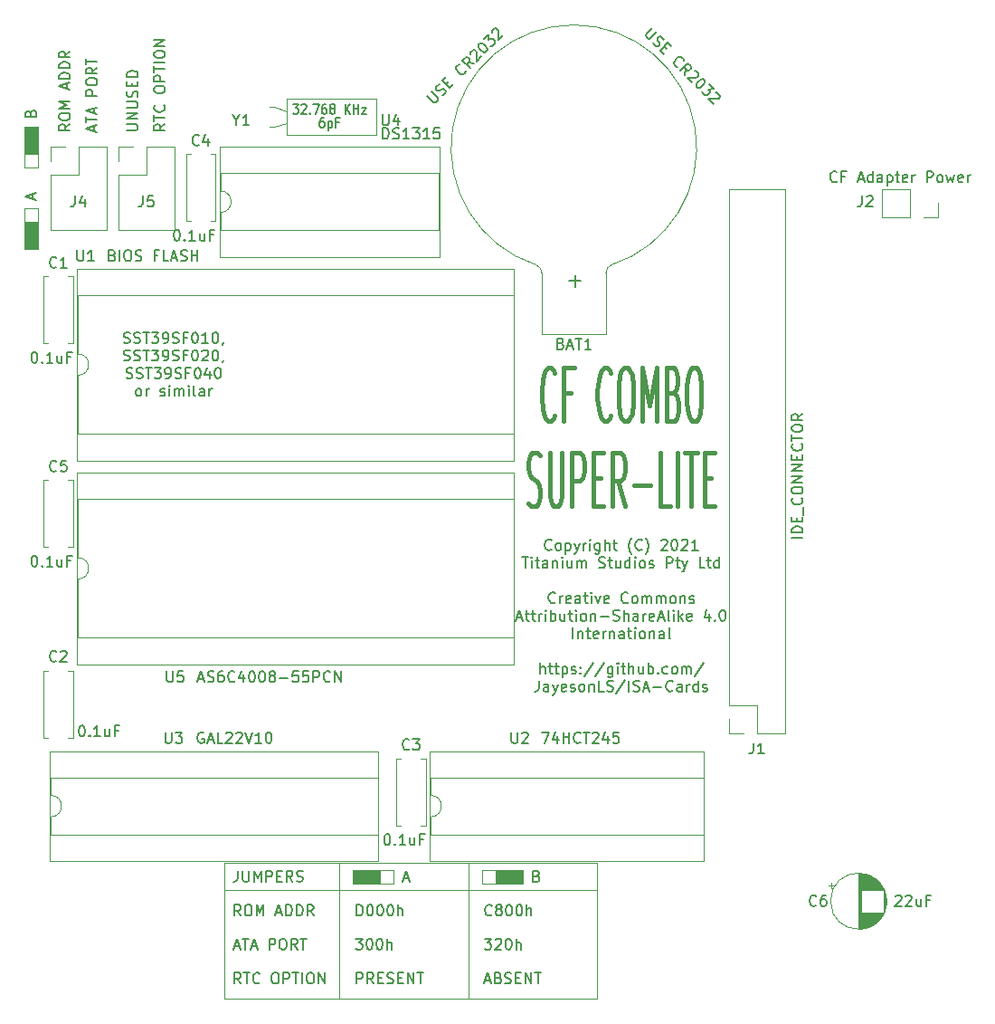
<source format=gto>
%TF.GenerationSoftware,KiCad,Pcbnew,(5.1.9)-1*%
%TF.CreationDate,2021-06-13T16:48:13+08:00*%
%TF.ProjectId,CF-Combo-Super-Lite,43462d43-6f6d-4626-9f2d-53757065722d,rev?*%
%TF.SameCoordinates,Original*%
%TF.FileFunction,Legend,Top*%
%TF.FilePolarity,Positive*%
%FSLAX46Y46*%
G04 Gerber Fmt 4.6, Leading zero omitted, Abs format (unit mm)*
G04 Created by KiCad (PCBNEW (5.1.9)-1) date 2021-06-13 16:48:13*
%MOMM*%
%LPD*%
G01*
G04 APERTURE LIST*
%ADD10C,0.450000*%
%ADD11C,0.150000*%
%ADD12C,0.120000*%
%ADD13C,0.100000*%
G04 APERTURE END LIST*
D10*
X147431904Y-79725714D02*
X147336666Y-79963809D01*
X147050952Y-80201904D01*
X146860476Y-80201904D01*
X146574761Y-79963809D01*
X146384285Y-79487619D01*
X146289047Y-79011428D01*
X146193809Y-78059047D01*
X146193809Y-77344761D01*
X146289047Y-76392380D01*
X146384285Y-75916190D01*
X146574761Y-75440000D01*
X146860476Y-75201904D01*
X147050952Y-75201904D01*
X147336666Y-75440000D01*
X147431904Y-75678095D01*
X148955714Y-77582857D02*
X148289047Y-77582857D01*
X148289047Y-80201904D02*
X148289047Y-75201904D01*
X149241428Y-75201904D01*
X152670000Y-79725714D02*
X152574761Y-79963809D01*
X152289047Y-80201904D01*
X152098571Y-80201904D01*
X151812857Y-79963809D01*
X151622380Y-79487619D01*
X151527142Y-79011428D01*
X151431904Y-78059047D01*
X151431904Y-77344761D01*
X151527142Y-76392380D01*
X151622380Y-75916190D01*
X151812857Y-75440000D01*
X152098571Y-75201904D01*
X152289047Y-75201904D01*
X152574761Y-75440000D01*
X152670000Y-75678095D01*
X153908095Y-75201904D02*
X154289047Y-75201904D01*
X154479523Y-75440000D01*
X154670000Y-75916190D01*
X154765238Y-76868571D01*
X154765238Y-78535238D01*
X154670000Y-79487619D01*
X154479523Y-79963809D01*
X154289047Y-80201904D01*
X153908095Y-80201904D01*
X153717619Y-79963809D01*
X153527142Y-79487619D01*
X153431904Y-78535238D01*
X153431904Y-76868571D01*
X153527142Y-75916190D01*
X153717619Y-75440000D01*
X153908095Y-75201904D01*
X155622380Y-80201904D02*
X155622380Y-75201904D01*
X156289047Y-78773333D01*
X156955714Y-75201904D01*
X156955714Y-80201904D01*
X158574761Y-77582857D02*
X158860476Y-77820952D01*
X158955714Y-78059047D01*
X159050952Y-78535238D01*
X159050952Y-79249523D01*
X158955714Y-79725714D01*
X158860476Y-79963809D01*
X158670000Y-80201904D01*
X157908095Y-80201904D01*
X157908095Y-75201904D01*
X158574761Y-75201904D01*
X158765238Y-75440000D01*
X158860476Y-75678095D01*
X158955714Y-76154285D01*
X158955714Y-76630476D01*
X158860476Y-77106666D01*
X158765238Y-77344761D01*
X158574761Y-77582857D01*
X157908095Y-77582857D01*
X160289047Y-75201904D02*
X160670000Y-75201904D01*
X160860476Y-75440000D01*
X161050952Y-75916190D01*
X161146190Y-76868571D01*
X161146190Y-78535238D01*
X161050952Y-79487619D01*
X160860476Y-79963809D01*
X160670000Y-80201904D01*
X160289047Y-80201904D01*
X160098571Y-79963809D01*
X159908095Y-79487619D01*
X159812857Y-78535238D01*
X159812857Y-76868571D01*
X159908095Y-75916190D01*
X160098571Y-75440000D01*
X160289047Y-75201904D01*
X144955714Y-87913809D02*
X145241428Y-88151904D01*
X145717619Y-88151904D01*
X145908095Y-87913809D01*
X146003333Y-87675714D01*
X146098571Y-87199523D01*
X146098571Y-86723333D01*
X146003333Y-86247142D01*
X145908095Y-86009047D01*
X145717619Y-85770952D01*
X145336666Y-85532857D01*
X145146190Y-85294761D01*
X145050952Y-85056666D01*
X144955714Y-84580476D01*
X144955714Y-84104285D01*
X145050952Y-83628095D01*
X145146190Y-83390000D01*
X145336666Y-83151904D01*
X145812857Y-83151904D01*
X146098571Y-83390000D01*
X146955714Y-83151904D02*
X146955714Y-87199523D01*
X147050952Y-87675714D01*
X147146190Y-87913809D01*
X147336666Y-88151904D01*
X147717619Y-88151904D01*
X147908095Y-87913809D01*
X148003333Y-87675714D01*
X148098571Y-87199523D01*
X148098571Y-83151904D01*
X149050952Y-88151904D02*
X149050952Y-83151904D01*
X149812857Y-83151904D01*
X150003333Y-83390000D01*
X150098571Y-83628095D01*
X150193809Y-84104285D01*
X150193809Y-84818571D01*
X150098571Y-85294761D01*
X150003333Y-85532857D01*
X149812857Y-85770952D01*
X149050952Y-85770952D01*
X151050952Y-85532857D02*
X151717619Y-85532857D01*
X152003333Y-88151904D02*
X151050952Y-88151904D01*
X151050952Y-83151904D01*
X152003333Y-83151904D01*
X154003333Y-88151904D02*
X153336666Y-85770952D01*
X152860476Y-88151904D02*
X152860476Y-83151904D01*
X153622380Y-83151904D01*
X153812857Y-83390000D01*
X153908095Y-83628095D01*
X154003333Y-84104285D01*
X154003333Y-84818571D01*
X153908095Y-85294761D01*
X153812857Y-85532857D01*
X153622380Y-85770952D01*
X152860476Y-85770952D01*
X154860476Y-86247142D02*
X156384285Y-86247142D01*
X158289047Y-88151904D02*
X157336666Y-88151904D01*
X157336666Y-83151904D01*
X158955714Y-88151904D02*
X158955714Y-83151904D01*
X159622380Y-83151904D02*
X160765238Y-83151904D01*
X160193809Y-88151904D02*
X160193809Y-83151904D01*
X161431904Y-85532857D02*
X162098571Y-85532857D01*
X162384285Y-88151904D02*
X161431904Y-88151904D01*
X161431904Y-83151904D01*
X162384285Y-83151904D01*
D11*
X125812619Y-51831142D02*
X125660238Y-51831142D01*
X125584047Y-51874000D01*
X125545952Y-51916857D01*
X125469761Y-52045428D01*
X125431666Y-52216857D01*
X125431666Y-52559714D01*
X125469761Y-52645428D01*
X125507857Y-52688285D01*
X125584047Y-52731142D01*
X125736428Y-52731142D01*
X125812619Y-52688285D01*
X125850714Y-52645428D01*
X125888809Y-52559714D01*
X125888809Y-52345428D01*
X125850714Y-52259714D01*
X125812619Y-52216857D01*
X125736428Y-52174000D01*
X125584047Y-52174000D01*
X125507857Y-52216857D01*
X125469761Y-52259714D01*
X125431666Y-52345428D01*
X126231666Y-52131142D02*
X126231666Y-53031142D01*
X126231666Y-52174000D02*
X126307857Y-52131142D01*
X126460238Y-52131142D01*
X126536428Y-52174000D01*
X126574523Y-52216857D01*
X126612619Y-52302571D01*
X126612619Y-52559714D01*
X126574523Y-52645428D01*
X126536428Y-52688285D01*
X126460238Y-52731142D01*
X126307857Y-52731142D01*
X126231666Y-52688285D01*
X127222142Y-52259714D02*
X126955476Y-52259714D01*
X126955476Y-52731142D02*
X126955476Y-51831142D01*
X127336428Y-51831142D01*
X147122380Y-92182142D02*
X147074761Y-92229761D01*
X146931904Y-92277380D01*
X146836666Y-92277380D01*
X146693809Y-92229761D01*
X146598571Y-92134523D01*
X146550952Y-92039285D01*
X146503333Y-91848809D01*
X146503333Y-91705952D01*
X146550952Y-91515476D01*
X146598571Y-91420238D01*
X146693809Y-91325000D01*
X146836666Y-91277380D01*
X146931904Y-91277380D01*
X147074761Y-91325000D01*
X147122380Y-91372619D01*
X147693809Y-92277380D02*
X147598571Y-92229761D01*
X147550952Y-92182142D01*
X147503333Y-92086904D01*
X147503333Y-91801190D01*
X147550952Y-91705952D01*
X147598571Y-91658333D01*
X147693809Y-91610714D01*
X147836666Y-91610714D01*
X147931904Y-91658333D01*
X147979523Y-91705952D01*
X148027142Y-91801190D01*
X148027142Y-92086904D01*
X147979523Y-92182142D01*
X147931904Y-92229761D01*
X147836666Y-92277380D01*
X147693809Y-92277380D01*
X148455714Y-91610714D02*
X148455714Y-92610714D01*
X148455714Y-91658333D02*
X148550952Y-91610714D01*
X148741428Y-91610714D01*
X148836666Y-91658333D01*
X148884285Y-91705952D01*
X148931904Y-91801190D01*
X148931904Y-92086904D01*
X148884285Y-92182142D01*
X148836666Y-92229761D01*
X148741428Y-92277380D01*
X148550952Y-92277380D01*
X148455714Y-92229761D01*
X149265238Y-91610714D02*
X149503333Y-92277380D01*
X149741428Y-91610714D02*
X149503333Y-92277380D01*
X149408095Y-92515476D01*
X149360476Y-92563095D01*
X149265238Y-92610714D01*
X150122380Y-92277380D02*
X150122380Y-91610714D01*
X150122380Y-91801190D02*
X150170000Y-91705952D01*
X150217619Y-91658333D01*
X150312857Y-91610714D01*
X150408095Y-91610714D01*
X150741428Y-92277380D02*
X150741428Y-91610714D01*
X150741428Y-91277380D02*
X150693809Y-91325000D01*
X150741428Y-91372619D01*
X150789047Y-91325000D01*
X150741428Y-91277380D01*
X150741428Y-91372619D01*
X151646190Y-91610714D02*
X151646190Y-92420238D01*
X151598571Y-92515476D01*
X151550952Y-92563095D01*
X151455714Y-92610714D01*
X151312857Y-92610714D01*
X151217619Y-92563095D01*
X151646190Y-92229761D02*
X151550952Y-92277380D01*
X151360476Y-92277380D01*
X151265238Y-92229761D01*
X151217619Y-92182142D01*
X151170000Y-92086904D01*
X151170000Y-91801190D01*
X151217619Y-91705952D01*
X151265238Y-91658333D01*
X151360476Y-91610714D01*
X151550952Y-91610714D01*
X151646190Y-91658333D01*
X152122380Y-92277380D02*
X152122380Y-91277380D01*
X152550952Y-92277380D02*
X152550952Y-91753571D01*
X152503333Y-91658333D01*
X152408095Y-91610714D01*
X152265238Y-91610714D01*
X152170000Y-91658333D01*
X152122380Y-91705952D01*
X152884285Y-91610714D02*
X153265238Y-91610714D01*
X153027142Y-91277380D02*
X153027142Y-92134523D01*
X153074761Y-92229761D01*
X153170000Y-92277380D01*
X153265238Y-92277380D01*
X154646190Y-92658333D02*
X154598571Y-92610714D01*
X154503333Y-92467857D01*
X154455714Y-92372619D01*
X154408095Y-92229761D01*
X154360476Y-91991666D01*
X154360476Y-91801190D01*
X154408095Y-91563095D01*
X154455714Y-91420238D01*
X154503333Y-91325000D01*
X154598571Y-91182142D01*
X154646190Y-91134523D01*
X155598571Y-92182142D02*
X155550952Y-92229761D01*
X155408095Y-92277380D01*
X155312857Y-92277380D01*
X155170000Y-92229761D01*
X155074761Y-92134523D01*
X155027142Y-92039285D01*
X154979523Y-91848809D01*
X154979523Y-91705952D01*
X155027142Y-91515476D01*
X155074761Y-91420238D01*
X155170000Y-91325000D01*
X155312857Y-91277380D01*
X155408095Y-91277380D01*
X155550952Y-91325000D01*
X155598571Y-91372619D01*
X155931904Y-92658333D02*
X155979523Y-92610714D01*
X156074761Y-92467857D01*
X156122380Y-92372619D01*
X156170000Y-92229761D01*
X156217619Y-91991666D01*
X156217619Y-91801190D01*
X156170000Y-91563095D01*
X156122380Y-91420238D01*
X156074761Y-91325000D01*
X155979523Y-91182142D01*
X155931904Y-91134523D01*
X157408095Y-91372619D02*
X157455714Y-91325000D01*
X157550952Y-91277380D01*
X157789047Y-91277380D01*
X157884285Y-91325000D01*
X157931904Y-91372619D01*
X157979523Y-91467857D01*
X157979523Y-91563095D01*
X157931904Y-91705952D01*
X157360476Y-92277380D01*
X157979523Y-92277380D01*
X158598571Y-91277380D02*
X158693809Y-91277380D01*
X158789047Y-91325000D01*
X158836666Y-91372619D01*
X158884285Y-91467857D01*
X158931904Y-91658333D01*
X158931904Y-91896428D01*
X158884285Y-92086904D01*
X158836666Y-92182142D01*
X158789047Y-92229761D01*
X158693809Y-92277380D01*
X158598571Y-92277380D01*
X158503333Y-92229761D01*
X158455714Y-92182142D01*
X158408095Y-92086904D01*
X158360476Y-91896428D01*
X158360476Y-91658333D01*
X158408095Y-91467857D01*
X158455714Y-91372619D01*
X158503333Y-91325000D01*
X158598571Y-91277380D01*
X159312857Y-91372619D02*
X159360476Y-91325000D01*
X159455714Y-91277380D01*
X159693809Y-91277380D01*
X159789047Y-91325000D01*
X159836666Y-91372619D01*
X159884285Y-91467857D01*
X159884285Y-91563095D01*
X159836666Y-91705952D01*
X159265238Y-92277380D01*
X159884285Y-92277380D01*
X160836666Y-92277380D02*
X160265238Y-92277380D01*
X160550952Y-92277380D02*
X160550952Y-91277380D01*
X160455714Y-91420238D01*
X160360476Y-91515476D01*
X160265238Y-91563095D01*
X144384285Y-92927380D02*
X144955714Y-92927380D01*
X144670000Y-93927380D02*
X144670000Y-92927380D01*
X145289047Y-93927380D02*
X145289047Y-93260714D01*
X145289047Y-92927380D02*
X145241428Y-92975000D01*
X145289047Y-93022619D01*
X145336666Y-92975000D01*
X145289047Y-92927380D01*
X145289047Y-93022619D01*
X145622380Y-93260714D02*
X146003333Y-93260714D01*
X145765238Y-92927380D02*
X145765238Y-93784523D01*
X145812857Y-93879761D01*
X145908095Y-93927380D01*
X146003333Y-93927380D01*
X146765238Y-93927380D02*
X146765238Y-93403571D01*
X146717619Y-93308333D01*
X146622380Y-93260714D01*
X146431904Y-93260714D01*
X146336666Y-93308333D01*
X146765238Y-93879761D02*
X146670000Y-93927380D01*
X146431904Y-93927380D01*
X146336666Y-93879761D01*
X146289047Y-93784523D01*
X146289047Y-93689285D01*
X146336666Y-93594047D01*
X146431904Y-93546428D01*
X146670000Y-93546428D01*
X146765238Y-93498809D01*
X147241428Y-93260714D02*
X147241428Y-93927380D01*
X147241428Y-93355952D02*
X147289047Y-93308333D01*
X147384285Y-93260714D01*
X147527142Y-93260714D01*
X147622380Y-93308333D01*
X147670000Y-93403571D01*
X147670000Y-93927380D01*
X148146190Y-93927380D02*
X148146190Y-93260714D01*
X148146190Y-92927380D02*
X148098571Y-92975000D01*
X148146190Y-93022619D01*
X148193809Y-92975000D01*
X148146190Y-92927380D01*
X148146190Y-93022619D01*
X149050952Y-93260714D02*
X149050952Y-93927380D01*
X148622380Y-93260714D02*
X148622380Y-93784523D01*
X148670000Y-93879761D01*
X148765238Y-93927380D01*
X148908095Y-93927380D01*
X149003333Y-93879761D01*
X149050952Y-93832142D01*
X149527142Y-93927380D02*
X149527142Y-93260714D01*
X149527142Y-93355952D02*
X149574761Y-93308333D01*
X149670000Y-93260714D01*
X149812857Y-93260714D01*
X149908095Y-93308333D01*
X149955714Y-93403571D01*
X149955714Y-93927380D01*
X149955714Y-93403571D02*
X150003333Y-93308333D01*
X150098571Y-93260714D01*
X150241428Y-93260714D01*
X150336666Y-93308333D01*
X150384285Y-93403571D01*
X150384285Y-93927380D01*
X151574761Y-93879761D02*
X151717619Y-93927380D01*
X151955714Y-93927380D01*
X152050952Y-93879761D01*
X152098571Y-93832142D01*
X152146190Y-93736904D01*
X152146190Y-93641666D01*
X152098571Y-93546428D01*
X152050952Y-93498809D01*
X151955714Y-93451190D01*
X151765238Y-93403571D01*
X151670000Y-93355952D01*
X151622380Y-93308333D01*
X151574761Y-93213095D01*
X151574761Y-93117857D01*
X151622380Y-93022619D01*
X151670000Y-92975000D01*
X151765238Y-92927380D01*
X152003333Y-92927380D01*
X152146190Y-92975000D01*
X152431904Y-93260714D02*
X152812857Y-93260714D01*
X152574761Y-92927380D02*
X152574761Y-93784523D01*
X152622380Y-93879761D01*
X152717619Y-93927380D01*
X152812857Y-93927380D01*
X153574761Y-93260714D02*
X153574761Y-93927380D01*
X153146190Y-93260714D02*
X153146190Y-93784523D01*
X153193809Y-93879761D01*
X153289047Y-93927380D01*
X153431904Y-93927380D01*
X153527142Y-93879761D01*
X153574761Y-93832142D01*
X154479523Y-93927380D02*
X154479523Y-92927380D01*
X154479523Y-93879761D02*
X154384285Y-93927380D01*
X154193809Y-93927380D01*
X154098571Y-93879761D01*
X154050952Y-93832142D01*
X154003333Y-93736904D01*
X154003333Y-93451190D01*
X154050952Y-93355952D01*
X154098571Y-93308333D01*
X154193809Y-93260714D01*
X154384285Y-93260714D01*
X154479523Y-93308333D01*
X154955714Y-93927380D02*
X154955714Y-93260714D01*
X154955714Y-92927380D02*
X154908095Y-92975000D01*
X154955714Y-93022619D01*
X155003333Y-92975000D01*
X154955714Y-92927380D01*
X154955714Y-93022619D01*
X155574761Y-93927380D02*
X155479523Y-93879761D01*
X155431904Y-93832142D01*
X155384285Y-93736904D01*
X155384285Y-93451190D01*
X155431904Y-93355952D01*
X155479523Y-93308333D01*
X155574761Y-93260714D01*
X155717619Y-93260714D01*
X155812857Y-93308333D01*
X155860476Y-93355952D01*
X155908095Y-93451190D01*
X155908095Y-93736904D01*
X155860476Y-93832142D01*
X155812857Y-93879761D01*
X155717619Y-93927380D01*
X155574761Y-93927380D01*
X156289047Y-93879761D02*
X156384285Y-93927380D01*
X156574761Y-93927380D01*
X156670000Y-93879761D01*
X156717619Y-93784523D01*
X156717619Y-93736904D01*
X156670000Y-93641666D01*
X156574761Y-93594047D01*
X156431904Y-93594047D01*
X156336666Y-93546428D01*
X156289047Y-93451190D01*
X156289047Y-93403571D01*
X156336666Y-93308333D01*
X156431904Y-93260714D01*
X156574761Y-93260714D01*
X156670000Y-93308333D01*
X157908095Y-93927380D02*
X157908095Y-92927380D01*
X158289047Y-92927380D01*
X158384285Y-92975000D01*
X158431904Y-93022619D01*
X158479523Y-93117857D01*
X158479523Y-93260714D01*
X158431904Y-93355952D01*
X158384285Y-93403571D01*
X158289047Y-93451190D01*
X157908095Y-93451190D01*
X158765238Y-93260714D02*
X159146190Y-93260714D01*
X158908095Y-92927380D02*
X158908095Y-93784523D01*
X158955714Y-93879761D01*
X159050952Y-93927380D01*
X159146190Y-93927380D01*
X159384285Y-93260714D02*
X159622380Y-93927380D01*
X159860476Y-93260714D02*
X159622380Y-93927380D01*
X159527142Y-94165476D01*
X159479523Y-94213095D01*
X159384285Y-94260714D01*
X161479523Y-93927380D02*
X161003333Y-93927380D01*
X161003333Y-92927380D01*
X161670000Y-93260714D02*
X162050952Y-93260714D01*
X161812857Y-92927380D02*
X161812857Y-93784523D01*
X161860476Y-93879761D01*
X161955714Y-93927380D01*
X162050952Y-93927380D01*
X162812857Y-93927380D02*
X162812857Y-92927380D01*
X162812857Y-93879761D02*
X162717619Y-93927380D01*
X162527142Y-93927380D01*
X162431904Y-93879761D01*
X162384285Y-93832142D01*
X162336666Y-93736904D01*
X162336666Y-93451190D01*
X162384285Y-93355952D01*
X162431904Y-93308333D01*
X162527142Y-93260714D01*
X162717619Y-93260714D01*
X162812857Y-93308333D01*
X147479523Y-97132142D02*
X147431904Y-97179761D01*
X147289047Y-97227380D01*
X147193809Y-97227380D01*
X147050952Y-97179761D01*
X146955714Y-97084523D01*
X146908095Y-96989285D01*
X146860476Y-96798809D01*
X146860476Y-96655952D01*
X146908095Y-96465476D01*
X146955714Y-96370238D01*
X147050952Y-96275000D01*
X147193809Y-96227380D01*
X147289047Y-96227380D01*
X147431904Y-96275000D01*
X147479523Y-96322619D01*
X147908095Y-97227380D02*
X147908095Y-96560714D01*
X147908095Y-96751190D02*
X147955714Y-96655952D01*
X148003333Y-96608333D01*
X148098571Y-96560714D01*
X148193809Y-96560714D01*
X148908095Y-97179761D02*
X148812857Y-97227380D01*
X148622380Y-97227380D01*
X148527142Y-97179761D01*
X148479523Y-97084523D01*
X148479523Y-96703571D01*
X148527142Y-96608333D01*
X148622380Y-96560714D01*
X148812857Y-96560714D01*
X148908095Y-96608333D01*
X148955714Y-96703571D01*
X148955714Y-96798809D01*
X148479523Y-96894047D01*
X149812857Y-97227380D02*
X149812857Y-96703571D01*
X149765238Y-96608333D01*
X149670000Y-96560714D01*
X149479523Y-96560714D01*
X149384285Y-96608333D01*
X149812857Y-97179761D02*
X149717619Y-97227380D01*
X149479523Y-97227380D01*
X149384285Y-97179761D01*
X149336666Y-97084523D01*
X149336666Y-96989285D01*
X149384285Y-96894047D01*
X149479523Y-96846428D01*
X149717619Y-96846428D01*
X149812857Y-96798809D01*
X150146190Y-96560714D02*
X150527142Y-96560714D01*
X150289047Y-96227380D02*
X150289047Y-97084523D01*
X150336666Y-97179761D01*
X150431904Y-97227380D01*
X150527142Y-97227380D01*
X150860476Y-97227380D02*
X150860476Y-96560714D01*
X150860476Y-96227380D02*
X150812857Y-96275000D01*
X150860476Y-96322619D01*
X150908095Y-96275000D01*
X150860476Y-96227380D01*
X150860476Y-96322619D01*
X151241428Y-96560714D02*
X151479523Y-97227380D01*
X151717619Y-96560714D01*
X152479523Y-97179761D02*
X152384285Y-97227380D01*
X152193809Y-97227380D01*
X152098571Y-97179761D01*
X152050952Y-97084523D01*
X152050952Y-96703571D01*
X152098571Y-96608333D01*
X152193809Y-96560714D01*
X152384285Y-96560714D01*
X152479523Y-96608333D01*
X152527142Y-96703571D01*
X152527142Y-96798809D01*
X152050952Y-96894047D01*
X154289047Y-97132142D02*
X154241428Y-97179761D01*
X154098571Y-97227380D01*
X154003333Y-97227380D01*
X153860476Y-97179761D01*
X153765238Y-97084523D01*
X153717619Y-96989285D01*
X153670000Y-96798809D01*
X153670000Y-96655952D01*
X153717619Y-96465476D01*
X153765238Y-96370238D01*
X153860476Y-96275000D01*
X154003333Y-96227380D01*
X154098571Y-96227380D01*
X154241428Y-96275000D01*
X154289047Y-96322619D01*
X154860476Y-97227380D02*
X154765238Y-97179761D01*
X154717619Y-97132142D01*
X154670000Y-97036904D01*
X154670000Y-96751190D01*
X154717619Y-96655952D01*
X154765238Y-96608333D01*
X154860476Y-96560714D01*
X155003333Y-96560714D01*
X155098571Y-96608333D01*
X155146190Y-96655952D01*
X155193809Y-96751190D01*
X155193809Y-97036904D01*
X155146190Y-97132142D01*
X155098571Y-97179761D01*
X155003333Y-97227380D01*
X154860476Y-97227380D01*
X155622380Y-97227380D02*
X155622380Y-96560714D01*
X155622380Y-96655952D02*
X155670000Y-96608333D01*
X155765238Y-96560714D01*
X155908095Y-96560714D01*
X156003333Y-96608333D01*
X156050952Y-96703571D01*
X156050952Y-97227380D01*
X156050952Y-96703571D02*
X156098571Y-96608333D01*
X156193809Y-96560714D01*
X156336666Y-96560714D01*
X156431904Y-96608333D01*
X156479523Y-96703571D01*
X156479523Y-97227380D01*
X156955714Y-97227380D02*
X156955714Y-96560714D01*
X156955714Y-96655952D02*
X157003333Y-96608333D01*
X157098571Y-96560714D01*
X157241428Y-96560714D01*
X157336666Y-96608333D01*
X157384285Y-96703571D01*
X157384285Y-97227380D01*
X157384285Y-96703571D02*
X157431904Y-96608333D01*
X157527142Y-96560714D01*
X157670000Y-96560714D01*
X157765238Y-96608333D01*
X157812857Y-96703571D01*
X157812857Y-97227380D01*
X158431904Y-97227380D02*
X158336666Y-97179761D01*
X158289047Y-97132142D01*
X158241428Y-97036904D01*
X158241428Y-96751190D01*
X158289047Y-96655952D01*
X158336666Y-96608333D01*
X158431904Y-96560714D01*
X158574761Y-96560714D01*
X158670000Y-96608333D01*
X158717619Y-96655952D01*
X158765238Y-96751190D01*
X158765238Y-97036904D01*
X158717619Y-97132142D01*
X158670000Y-97179761D01*
X158574761Y-97227380D01*
X158431904Y-97227380D01*
X159193809Y-96560714D02*
X159193809Y-97227380D01*
X159193809Y-96655952D02*
X159241428Y-96608333D01*
X159336666Y-96560714D01*
X159479523Y-96560714D01*
X159574761Y-96608333D01*
X159622380Y-96703571D01*
X159622380Y-97227380D01*
X160050952Y-97179761D02*
X160146190Y-97227380D01*
X160336666Y-97227380D01*
X160431904Y-97179761D01*
X160479523Y-97084523D01*
X160479523Y-97036904D01*
X160431904Y-96941666D01*
X160336666Y-96894047D01*
X160193809Y-96894047D01*
X160098571Y-96846428D01*
X160050952Y-96751190D01*
X160050952Y-96703571D01*
X160098571Y-96608333D01*
X160193809Y-96560714D01*
X160336666Y-96560714D01*
X160431904Y-96608333D01*
X143908095Y-98591666D02*
X144384285Y-98591666D01*
X143812857Y-98877380D02*
X144146190Y-97877380D01*
X144479523Y-98877380D01*
X144670000Y-98210714D02*
X145050952Y-98210714D01*
X144812857Y-97877380D02*
X144812857Y-98734523D01*
X144860476Y-98829761D01*
X144955714Y-98877380D01*
X145050952Y-98877380D01*
X145241428Y-98210714D02*
X145622380Y-98210714D01*
X145384285Y-97877380D02*
X145384285Y-98734523D01*
X145431904Y-98829761D01*
X145527142Y-98877380D01*
X145622380Y-98877380D01*
X145955714Y-98877380D02*
X145955714Y-98210714D01*
X145955714Y-98401190D02*
X146003333Y-98305952D01*
X146050952Y-98258333D01*
X146146190Y-98210714D01*
X146241428Y-98210714D01*
X146574761Y-98877380D02*
X146574761Y-98210714D01*
X146574761Y-97877380D02*
X146527142Y-97925000D01*
X146574761Y-97972619D01*
X146622380Y-97925000D01*
X146574761Y-97877380D01*
X146574761Y-97972619D01*
X147050952Y-98877380D02*
X147050952Y-97877380D01*
X147050952Y-98258333D02*
X147146190Y-98210714D01*
X147336666Y-98210714D01*
X147431904Y-98258333D01*
X147479523Y-98305952D01*
X147527142Y-98401190D01*
X147527142Y-98686904D01*
X147479523Y-98782142D01*
X147431904Y-98829761D01*
X147336666Y-98877380D01*
X147146190Y-98877380D01*
X147050952Y-98829761D01*
X148384285Y-98210714D02*
X148384285Y-98877380D01*
X147955714Y-98210714D02*
X147955714Y-98734523D01*
X148003333Y-98829761D01*
X148098571Y-98877380D01*
X148241428Y-98877380D01*
X148336666Y-98829761D01*
X148384285Y-98782142D01*
X148717619Y-98210714D02*
X149098571Y-98210714D01*
X148860476Y-97877380D02*
X148860476Y-98734523D01*
X148908095Y-98829761D01*
X149003333Y-98877380D01*
X149098571Y-98877380D01*
X149431904Y-98877380D02*
X149431904Y-98210714D01*
X149431904Y-97877380D02*
X149384285Y-97925000D01*
X149431904Y-97972619D01*
X149479523Y-97925000D01*
X149431904Y-97877380D01*
X149431904Y-97972619D01*
X150050952Y-98877380D02*
X149955714Y-98829761D01*
X149908095Y-98782142D01*
X149860476Y-98686904D01*
X149860476Y-98401190D01*
X149908095Y-98305952D01*
X149955714Y-98258333D01*
X150050952Y-98210714D01*
X150193809Y-98210714D01*
X150289047Y-98258333D01*
X150336666Y-98305952D01*
X150384285Y-98401190D01*
X150384285Y-98686904D01*
X150336666Y-98782142D01*
X150289047Y-98829761D01*
X150193809Y-98877380D01*
X150050952Y-98877380D01*
X150812857Y-98210714D02*
X150812857Y-98877380D01*
X150812857Y-98305952D02*
X150860476Y-98258333D01*
X150955714Y-98210714D01*
X151098571Y-98210714D01*
X151193809Y-98258333D01*
X151241428Y-98353571D01*
X151241428Y-98877380D01*
X151717619Y-98496428D02*
X152479523Y-98496428D01*
X152908095Y-98829761D02*
X153050952Y-98877380D01*
X153289047Y-98877380D01*
X153384285Y-98829761D01*
X153431904Y-98782142D01*
X153479523Y-98686904D01*
X153479523Y-98591666D01*
X153431904Y-98496428D01*
X153384285Y-98448809D01*
X153289047Y-98401190D01*
X153098571Y-98353571D01*
X153003333Y-98305952D01*
X152955714Y-98258333D01*
X152908095Y-98163095D01*
X152908095Y-98067857D01*
X152955714Y-97972619D01*
X153003333Y-97925000D01*
X153098571Y-97877380D01*
X153336666Y-97877380D01*
X153479523Y-97925000D01*
X153908095Y-98877380D02*
X153908095Y-97877380D01*
X154336666Y-98877380D02*
X154336666Y-98353571D01*
X154289047Y-98258333D01*
X154193809Y-98210714D01*
X154050952Y-98210714D01*
X153955714Y-98258333D01*
X153908095Y-98305952D01*
X155241428Y-98877380D02*
X155241428Y-98353571D01*
X155193809Y-98258333D01*
X155098571Y-98210714D01*
X154908095Y-98210714D01*
X154812857Y-98258333D01*
X155241428Y-98829761D02*
X155146190Y-98877380D01*
X154908095Y-98877380D01*
X154812857Y-98829761D01*
X154765238Y-98734523D01*
X154765238Y-98639285D01*
X154812857Y-98544047D01*
X154908095Y-98496428D01*
X155146190Y-98496428D01*
X155241428Y-98448809D01*
X155717619Y-98877380D02*
X155717619Y-98210714D01*
X155717619Y-98401190D02*
X155765238Y-98305952D01*
X155812857Y-98258333D01*
X155908095Y-98210714D01*
X156003333Y-98210714D01*
X156717619Y-98829761D02*
X156622380Y-98877380D01*
X156431904Y-98877380D01*
X156336666Y-98829761D01*
X156289047Y-98734523D01*
X156289047Y-98353571D01*
X156336666Y-98258333D01*
X156431904Y-98210714D01*
X156622380Y-98210714D01*
X156717619Y-98258333D01*
X156765238Y-98353571D01*
X156765238Y-98448809D01*
X156289047Y-98544047D01*
X157146190Y-98591666D02*
X157622380Y-98591666D01*
X157050952Y-98877380D02*
X157384285Y-97877380D01*
X157717619Y-98877380D01*
X158193809Y-98877380D02*
X158098571Y-98829761D01*
X158050952Y-98734523D01*
X158050952Y-97877380D01*
X158574761Y-98877380D02*
X158574761Y-98210714D01*
X158574761Y-97877380D02*
X158527142Y-97925000D01*
X158574761Y-97972619D01*
X158622380Y-97925000D01*
X158574761Y-97877380D01*
X158574761Y-97972619D01*
X159050952Y-98877380D02*
X159050952Y-97877380D01*
X159146190Y-98496428D02*
X159431904Y-98877380D01*
X159431904Y-98210714D02*
X159050952Y-98591666D01*
X160241428Y-98829761D02*
X160146190Y-98877380D01*
X159955714Y-98877380D01*
X159860476Y-98829761D01*
X159812857Y-98734523D01*
X159812857Y-98353571D01*
X159860476Y-98258333D01*
X159955714Y-98210714D01*
X160146190Y-98210714D01*
X160241428Y-98258333D01*
X160289047Y-98353571D01*
X160289047Y-98448809D01*
X159812857Y-98544047D01*
X161908095Y-98210714D02*
X161908095Y-98877380D01*
X161670000Y-97829761D02*
X161431904Y-98544047D01*
X162050952Y-98544047D01*
X162431904Y-98782142D02*
X162479523Y-98829761D01*
X162431904Y-98877380D01*
X162384285Y-98829761D01*
X162431904Y-98782142D01*
X162431904Y-98877380D01*
X163098571Y-97877380D02*
X163193809Y-97877380D01*
X163289047Y-97925000D01*
X163336666Y-97972619D01*
X163384285Y-98067857D01*
X163431904Y-98258333D01*
X163431904Y-98496428D01*
X163384285Y-98686904D01*
X163336666Y-98782142D01*
X163289047Y-98829761D01*
X163193809Y-98877380D01*
X163098571Y-98877380D01*
X163003333Y-98829761D01*
X162955714Y-98782142D01*
X162908095Y-98686904D01*
X162860476Y-98496428D01*
X162860476Y-98258333D01*
X162908095Y-98067857D01*
X162955714Y-97972619D01*
X163003333Y-97925000D01*
X163098571Y-97877380D01*
X149146190Y-100527380D02*
X149146190Y-99527380D01*
X149622380Y-99860714D02*
X149622380Y-100527380D01*
X149622380Y-99955952D02*
X149670000Y-99908333D01*
X149765238Y-99860714D01*
X149908095Y-99860714D01*
X150003333Y-99908333D01*
X150050952Y-100003571D01*
X150050952Y-100527380D01*
X150384285Y-99860714D02*
X150765238Y-99860714D01*
X150527142Y-99527380D02*
X150527142Y-100384523D01*
X150574761Y-100479761D01*
X150670000Y-100527380D01*
X150765238Y-100527380D01*
X151479523Y-100479761D02*
X151384285Y-100527380D01*
X151193809Y-100527380D01*
X151098571Y-100479761D01*
X151050952Y-100384523D01*
X151050952Y-100003571D01*
X151098571Y-99908333D01*
X151193809Y-99860714D01*
X151384285Y-99860714D01*
X151479523Y-99908333D01*
X151527142Y-100003571D01*
X151527142Y-100098809D01*
X151050952Y-100194047D01*
X151955714Y-100527380D02*
X151955714Y-99860714D01*
X151955714Y-100051190D02*
X152003333Y-99955952D01*
X152050952Y-99908333D01*
X152146190Y-99860714D01*
X152241428Y-99860714D01*
X152574761Y-99860714D02*
X152574761Y-100527380D01*
X152574761Y-99955952D02*
X152622380Y-99908333D01*
X152717619Y-99860714D01*
X152860476Y-99860714D01*
X152955714Y-99908333D01*
X153003333Y-100003571D01*
X153003333Y-100527380D01*
X153908095Y-100527380D02*
X153908095Y-100003571D01*
X153860476Y-99908333D01*
X153765238Y-99860714D01*
X153574761Y-99860714D01*
X153479523Y-99908333D01*
X153908095Y-100479761D02*
X153812857Y-100527380D01*
X153574761Y-100527380D01*
X153479523Y-100479761D01*
X153431904Y-100384523D01*
X153431904Y-100289285D01*
X153479523Y-100194047D01*
X153574761Y-100146428D01*
X153812857Y-100146428D01*
X153908095Y-100098809D01*
X154241428Y-99860714D02*
X154622380Y-99860714D01*
X154384285Y-99527380D02*
X154384285Y-100384523D01*
X154431904Y-100479761D01*
X154527142Y-100527380D01*
X154622380Y-100527380D01*
X154955714Y-100527380D02*
X154955714Y-99860714D01*
X154955714Y-99527380D02*
X154908095Y-99575000D01*
X154955714Y-99622619D01*
X155003333Y-99575000D01*
X154955714Y-99527380D01*
X154955714Y-99622619D01*
X155574761Y-100527380D02*
X155479523Y-100479761D01*
X155431904Y-100432142D01*
X155384285Y-100336904D01*
X155384285Y-100051190D01*
X155431904Y-99955952D01*
X155479523Y-99908333D01*
X155574761Y-99860714D01*
X155717619Y-99860714D01*
X155812857Y-99908333D01*
X155860476Y-99955952D01*
X155908095Y-100051190D01*
X155908095Y-100336904D01*
X155860476Y-100432142D01*
X155812857Y-100479761D01*
X155717619Y-100527380D01*
X155574761Y-100527380D01*
X156336666Y-99860714D02*
X156336666Y-100527380D01*
X156336666Y-99955952D02*
X156384285Y-99908333D01*
X156479523Y-99860714D01*
X156622380Y-99860714D01*
X156717619Y-99908333D01*
X156765238Y-100003571D01*
X156765238Y-100527380D01*
X157670000Y-100527380D02*
X157670000Y-100003571D01*
X157622380Y-99908333D01*
X157527142Y-99860714D01*
X157336666Y-99860714D01*
X157241428Y-99908333D01*
X157670000Y-100479761D02*
X157574761Y-100527380D01*
X157336666Y-100527380D01*
X157241428Y-100479761D01*
X157193809Y-100384523D01*
X157193809Y-100289285D01*
X157241428Y-100194047D01*
X157336666Y-100146428D01*
X157574761Y-100146428D01*
X157670000Y-100098809D01*
X158289047Y-100527380D02*
X158193809Y-100479761D01*
X158146190Y-100384523D01*
X158146190Y-99527380D01*
X146098571Y-103827380D02*
X146098571Y-102827380D01*
X146527142Y-103827380D02*
X146527142Y-103303571D01*
X146479523Y-103208333D01*
X146384285Y-103160714D01*
X146241428Y-103160714D01*
X146146190Y-103208333D01*
X146098571Y-103255952D01*
X146860476Y-103160714D02*
X147241428Y-103160714D01*
X147003333Y-102827380D02*
X147003333Y-103684523D01*
X147050952Y-103779761D01*
X147146190Y-103827380D01*
X147241428Y-103827380D01*
X147431904Y-103160714D02*
X147812857Y-103160714D01*
X147574761Y-102827380D02*
X147574761Y-103684523D01*
X147622380Y-103779761D01*
X147717619Y-103827380D01*
X147812857Y-103827380D01*
X148146190Y-103160714D02*
X148146190Y-104160714D01*
X148146190Y-103208333D02*
X148241428Y-103160714D01*
X148431904Y-103160714D01*
X148527142Y-103208333D01*
X148574761Y-103255952D01*
X148622380Y-103351190D01*
X148622380Y-103636904D01*
X148574761Y-103732142D01*
X148527142Y-103779761D01*
X148431904Y-103827380D01*
X148241428Y-103827380D01*
X148146190Y-103779761D01*
X149003333Y-103779761D02*
X149098571Y-103827380D01*
X149289047Y-103827380D01*
X149384285Y-103779761D01*
X149431904Y-103684523D01*
X149431904Y-103636904D01*
X149384285Y-103541666D01*
X149289047Y-103494047D01*
X149146190Y-103494047D01*
X149050952Y-103446428D01*
X149003333Y-103351190D01*
X149003333Y-103303571D01*
X149050952Y-103208333D01*
X149146190Y-103160714D01*
X149289047Y-103160714D01*
X149384285Y-103208333D01*
X149860476Y-103732142D02*
X149908095Y-103779761D01*
X149860476Y-103827380D01*
X149812857Y-103779761D01*
X149860476Y-103732142D01*
X149860476Y-103827380D01*
X149860476Y-103208333D02*
X149908095Y-103255952D01*
X149860476Y-103303571D01*
X149812857Y-103255952D01*
X149860476Y-103208333D01*
X149860476Y-103303571D01*
X151050952Y-102779761D02*
X150193809Y-104065476D01*
X152098571Y-102779761D02*
X151241428Y-104065476D01*
X152860476Y-103160714D02*
X152860476Y-103970238D01*
X152812857Y-104065476D01*
X152765238Y-104113095D01*
X152670000Y-104160714D01*
X152527142Y-104160714D01*
X152431904Y-104113095D01*
X152860476Y-103779761D02*
X152765238Y-103827380D01*
X152574761Y-103827380D01*
X152479523Y-103779761D01*
X152431904Y-103732142D01*
X152384285Y-103636904D01*
X152384285Y-103351190D01*
X152431904Y-103255952D01*
X152479523Y-103208333D01*
X152574761Y-103160714D01*
X152765238Y-103160714D01*
X152860476Y-103208333D01*
X153336666Y-103827380D02*
X153336666Y-103160714D01*
X153336666Y-102827380D02*
X153289047Y-102875000D01*
X153336666Y-102922619D01*
X153384285Y-102875000D01*
X153336666Y-102827380D01*
X153336666Y-102922619D01*
X153670000Y-103160714D02*
X154050952Y-103160714D01*
X153812857Y-102827380D02*
X153812857Y-103684523D01*
X153860476Y-103779761D01*
X153955714Y-103827380D01*
X154050952Y-103827380D01*
X154384285Y-103827380D02*
X154384285Y-102827380D01*
X154812857Y-103827380D02*
X154812857Y-103303571D01*
X154765238Y-103208333D01*
X154670000Y-103160714D01*
X154527142Y-103160714D01*
X154431904Y-103208333D01*
X154384285Y-103255952D01*
X155717619Y-103160714D02*
X155717619Y-103827380D01*
X155289047Y-103160714D02*
X155289047Y-103684523D01*
X155336666Y-103779761D01*
X155431904Y-103827380D01*
X155574761Y-103827380D01*
X155670000Y-103779761D01*
X155717619Y-103732142D01*
X156193809Y-103827380D02*
X156193809Y-102827380D01*
X156193809Y-103208333D02*
X156289047Y-103160714D01*
X156479523Y-103160714D01*
X156574761Y-103208333D01*
X156622380Y-103255952D01*
X156670000Y-103351190D01*
X156670000Y-103636904D01*
X156622380Y-103732142D01*
X156574761Y-103779761D01*
X156479523Y-103827380D01*
X156289047Y-103827380D01*
X156193809Y-103779761D01*
X157098571Y-103732142D02*
X157146190Y-103779761D01*
X157098571Y-103827380D01*
X157050952Y-103779761D01*
X157098571Y-103732142D01*
X157098571Y-103827380D01*
X158003333Y-103779761D02*
X157908095Y-103827380D01*
X157717619Y-103827380D01*
X157622380Y-103779761D01*
X157574761Y-103732142D01*
X157527142Y-103636904D01*
X157527142Y-103351190D01*
X157574761Y-103255952D01*
X157622380Y-103208333D01*
X157717619Y-103160714D01*
X157908095Y-103160714D01*
X158003333Y-103208333D01*
X158574761Y-103827380D02*
X158479523Y-103779761D01*
X158431904Y-103732142D01*
X158384285Y-103636904D01*
X158384285Y-103351190D01*
X158431904Y-103255952D01*
X158479523Y-103208333D01*
X158574761Y-103160714D01*
X158717619Y-103160714D01*
X158812857Y-103208333D01*
X158860476Y-103255952D01*
X158908095Y-103351190D01*
X158908095Y-103636904D01*
X158860476Y-103732142D01*
X158812857Y-103779761D01*
X158717619Y-103827380D01*
X158574761Y-103827380D01*
X159336666Y-103827380D02*
X159336666Y-103160714D01*
X159336666Y-103255952D02*
X159384285Y-103208333D01*
X159479523Y-103160714D01*
X159622380Y-103160714D01*
X159717619Y-103208333D01*
X159765238Y-103303571D01*
X159765238Y-103827380D01*
X159765238Y-103303571D02*
X159812857Y-103208333D01*
X159908095Y-103160714D01*
X160050952Y-103160714D01*
X160146190Y-103208333D01*
X160193809Y-103303571D01*
X160193809Y-103827380D01*
X161384285Y-102779761D02*
X160527142Y-104065476D01*
X145955714Y-104477380D02*
X145955714Y-105191666D01*
X145908095Y-105334523D01*
X145812857Y-105429761D01*
X145670000Y-105477380D01*
X145574761Y-105477380D01*
X146860476Y-105477380D02*
X146860476Y-104953571D01*
X146812857Y-104858333D01*
X146717619Y-104810714D01*
X146527142Y-104810714D01*
X146431904Y-104858333D01*
X146860476Y-105429761D02*
X146765238Y-105477380D01*
X146527142Y-105477380D01*
X146431904Y-105429761D01*
X146384285Y-105334523D01*
X146384285Y-105239285D01*
X146431904Y-105144047D01*
X146527142Y-105096428D01*
X146765238Y-105096428D01*
X146860476Y-105048809D01*
X147241428Y-104810714D02*
X147479523Y-105477380D01*
X147717619Y-104810714D02*
X147479523Y-105477380D01*
X147384285Y-105715476D01*
X147336666Y-105763095D01*
X147241428Y-105810714D01*
X148479523Y-105429761D02*
X148384285Y-105477380D01*
X148193809Y-105477380D01*
X148098571Y-105429761D01*
X148050952Y-105334523D01*
X148050952Y-104953571D01*
X148098571Y-104858333D01*
X148193809Y-104810714D01*
X148384285Y-104810714D01*
X148479523Y-104858333D01*
X148527142Y-104953571D01*
X148527142Y-105048809D01*
X148050952Y-105144047D01*
X148908095Y-105429761D02*
X149003333Y-105477380D01*
X149193809Y-105477380D01*
X149289047Y-105429761D01*
X149336666Y-105334523D01*
X149336666Y-105286904D01*
X149289047Y-105191666D01*
X149193809Y-105144047D01*
X149050952Y-105144047D01*
X148955714Y-105096428D01*
X148908095Y-105001190D01*
X148908095Y-104953571D01*
X148955714Y-104858333D01*
X149050952Y-104810714D01*
X149193809Y-104810714D01*
X149289047Y-104858333D01*
X149908095Y-105477380D02*
X149812857Y-105429761D01*
X149765238Y-105382142D01*
X149717619Y-105286904D01*
X149717619Y-105001190D01*
X149765238Y-104905952D01*
X149812857Y-104858333D01*
X149908095Y-104810714D01*
X150050952Y-104810714D01*
X150146190Y-104858333D01*
X150193809Y-104905952D01*
X150241428Y-105001190D01*
X150241428Y-105286904D01*
X150193809Y-105382142D01*
X150146190Y-105429761D01*
X150050952Y-105477380D01*
X149908095Y-105477380D01*
X150670000Y-104810714D02*
X150670000Y-105477380D01*
X150670000Y-104905952D02*
X150717619Y-104858333D01*
X150812857Y-104810714D01*
X150955714Y-104810714D01*
X151050952Y-104858333D01*
X151098571Y-104953571D01*
X151098571Y-105477380D01*
X152050952Y-105477380D02*
X151574761Y-105477380D01*
X151574761Y-104477380D01*
X152336666Y-105429761D02*
X152479523Y-105477380D01*
X152717619Y-105477380D01*
X152812857Y-105429761D01*
X152860476Y-105382142D01*
X152908095Y-105286904D01*
X152908095Y-105191666D01*
X152860476Y-105096428D01*
X152812857Y-105048809D01*
X152717619Y-105001190D01*
X152527142Y-104953571D01*
X152431904Y-104905952D01*
X152384285Y-104858333D01*
X152336666Y-104763095D01*
X152336666Y-104667857D01*
X152384285Y-104572619D01*
X152431904Y-104525000D01*
X152527142Y-104477380D01*
X152765238Y-104477380D01*
X152908095Y-104525000D01*
X154050952Y-104429761D02*
X153193809Y-105715476D01*
X154384285Y-105477380D02*
X154384285Y-104477380D01*
X154812857Y-105429761D02*
X154955714Y-105477380D01*
X155193809Y-105477380D01*
X155289047Y-105429761D01*
X155336666Y-105382142D01*
X155384285Y-105286904D01*
X155384285Y-105191666D01*
X155336666Y-105096428D01*
X155289047Y-105048809D01*
X155193809Y-105001190D01*
X155003333Y-104953571D01*
X154908095Y-104905952D01*
X154860476Y-104858333D01*
X154812857Y-104763095D01*
X154812857Y-104667857D01*
X154860476Y-104572619D01*
X154908095Y-104525000D01*
X155003333Y-104477380D01*
X155241428Y-104477380D01*
X155384285Y-104525000D01*
X155765238Y-105191666D02*
X156241428Y-105191666D01*
X155670000Y-105477380D02*
X156003333Y-104477380D01*
X156336666Y-105477380D01*
X156670000Y-105096428D02*
X157431904Y-105096428D01*
X158479523Y-105382142D02*
X158431904Y-105429761D01*
X158289047Y-105477380D01*
X158193809Y-105477380D01*
X158050952Y-105429761D01*
X157955714Y-105334523D01*
X157908095Y-105239285D01*
X157860476Y-105048809D01*
X157860476Y-104905952D01*
X157908095Y-104715476D01*
X157955714Y-104620238D01*
X158050952Y-104525000D01*
X158193809Y-104477380D01*
X158289047Y-104477380D01*
X158431904Y-104525000D01*
X158479523Y-104572619D01*
X159336666Y-105477380D02*
X159336666Y-104953571D01*
X159289047Y-104858333D01*
X159193809Y-104810714D01*
X159003333Y-104810714D01*
X158908095Y-104858333D01*
X159336666Y-105429761D02*
X159241428Y-105477380D01*
X159003333Y-105477380D01*
X158908095Y-105429761D01*
X158860476Y-105334523D01*
X158860476Y-105239285D01*
X158908095Y-105144047D01*
X159003333Y-105096428D01*
X159241428Y-105096428D01*
X159336666Y-105048809D01*
X159812857Y-105477380D02*
X159812857Y-104810714D01*
X159812857Y-105001190D02*
X159860476Y-104905952D01*
X159908095Y-104858333D01*
X160003333Y-104810714D01*
X160098571Y-104810714D01*
X160860476Y-105477380D02*
X160860476Y-104477380D01*
X160860476Y-105429761D02*
X160765238Y-105477380D01*
X160574761Y-105477380D01*
X160479523Y-105429761D01*
X160431904Y-105382142D01*
X160384285Y-105286904D01*
X160384285Y-105001190D01*
X160431904Y-104905952D01*
X160479523Y-104858333D01*
X160574761Y-104810714D01*
X160765238Y-104810714D01*
X160860476Y-104858333D01*
X161289047Y-105429761D02*
X161384285Y-105477380D01*
X161574761Y-105477380D01*
X161670000Y-105429761D01*
X161717619Y-105334523D01*
X161717619Y-105286904D01*
X161670000Y-105191666D01*
X161574761Y-105144047D01*
X161431904Y-105144047D01*
X161336666Y-105096428D01*
X161289047Y-105001190D01*
X161289047Y-104953571D01*
X161336666Y-104858333D01*
X161431904Y-104810714D01*
X161574761Y-104810714D01*
X161670000Y-104858333D01*
D12*
X151424640Y-134244080D02*
X116499640Y-134244080D01*
X116499640Y-124084080D02*
X151424640Y-124084080D01*
X151424640Y-121544080D02*
X116499640Y-121544080D01*
X127294640Y-121544080D02*
X127294640Y-134244080D01*
X139359640Y-121544080D02*
X139359640Y-134244080D01*
X116499640Y-134244080D02*
X116499640Y-124084080D01*
X151424640Y-121544080D02*
X151424640Y-134244080D01*
X116499640Y-124084080D02*
X116499640Y-121544080D01*
D11*
X117755949Y-122266460D02*
X117755949Y-122980746D01*
X117708330Y-123123603D01*
X117613092Y-123218841D01*
X117470235Y-123266460D01*
X117374997Y-123266460D01*
X118232140Y-122266460D02*
X118232140Y-123075984D01*
X118279759Y-123171222D01*
X118327378Y-123218841D01*
X118422616Y-123266460D01*
X118613092Y-123266460D01*
X118708330Y-123218841D01*
X118755949Y-123171222D01*
X118803568Y-123075984D01*
X118803568Y-122266460D01*
X119279759Y-123266460D02*
X119279759Y-122266460D01*
X119613092Y-122980746D01*
X119946425Y-122266460D01*
X119946425Y-123266460D01*
X120422616Y-123266460D02*
X120422616Y-122266460D01*
X120803568Y-122266460D01*
X120898806Y-122314080D01*
X120946425Y-122361699D01*
X120994044Y-122456937D01*
X120994044Y-122599794D01*
X120946425Y-122695032D01*
X120898806Y-122742651D01*
X120803568Y-122790270D01*
X120422616Y-122790270D01*
X121422616Y-122742651D02*
X121755949Y-122742651D01*
X121898806Y-123266460D02*
X121422616Y-123266460D01*
X121422616Y-122266460D01*
X121898806Y-122266460D01*
X122898806Y-123266460D02*
X122565473Y-122790270D01*
X122327378Y-123266460D02*
X122327378Y-122266460D01*
X122708330Y-122266460D01*
X122803568Y-122314080D01*
X122851187Y-122361699D01*
X122898806Y-122456937D01*
X122898806Y-122599794D01*
X122851187Y-122695032D01*
X122803568Y-122742651D01*
X122708330Y-122790270D01*
X122327378Y-122790270D01*
X123279759Y-123218841D02*
X123422616Y-123266460D01*
X123660711Y-123266460D01*
X123755949Y-123218841D01*
X123803568Y-123171222D01*
X123851187Y-123075984D01*
X123851187Y-122980746D01*
X123803568Y-122885508D01*
X123755949Y-122837889D01*
X123660711Y-122790270D01*
X123470235Y-122742651D01*
X123374997Y-122695032D01*
X123327378Y-122647413D01*
X123279759Y-122552175D01*
X123279759Y-122456937D01*
X123327378Y-122361699D01*
X123374997Y-122314080D01*
X123470235Y-122266460D01*
X123708330Y-122266460D01*
X123851187Y-122314080D01*
X133297616Y-122980746D02*
X133773806Y-122980746D01*
X133202378Y-123266460D02*
X133535711Y-122266460D01*
X133869044Y-123266460D01*
X145743568Y-122742651D02*
X145886425Y-122790270D01*
X145934044Y-122837889D01*
X145981663Y-122933127D01*
X145981663Y-123075984D01*
X145934044Y-123171222D01*
X145886425Y-123218841D01*
X145791187Y-123266460D01*
X145410235Y-123266460D01*
X145410235Y-122266460D01*
X145743568Y-122266460D01*
X145838806Y-122314080D01*
X145886425Y-122361699D01*
X145934044Y-122456937D01*
X145934044Y-122552175D01*
X145886425Y-122647413D01*
X145838806Y-122695032D01*
X145743568Y-122742651D01*
X145410235Y-122742651D01*
D12*
X128564640Y-123449080D02*
X132374640Y-123449080D01*
X128564640Y-122179080D02*
X128564640Y-123449080D01*
X132374640Y-123449080D02*
X132374640Y-122179080D01*
X144439640Y-123449080D02*
X144439640Y-122179080D01*
X132374640Y-122179080D02*
X128564640Y-122179080D01*
X144439640Y-122179080D02*
X140629640Y-122179080D01*
X140629640Y-122179080D02*
X140629640Y-123449080D01*
D13*
G36*
X144439640Y-123449080D02*
G01*
X141899640Y-123449080D01*
X141899640Y-122179080D01*
X144439640Y-122179080D01*
X144439640Y-123449080D01*
G37*
X144439640Y-123449080D02*
X141899640Y-123449080D01*
X141899640Y-122179080D01*
X144439640Y-122179080D01*
X144439640Y-123449080D01*
G36*
X131104640Y-123449080D02*
G01*
X128564640Y-123449080D01*
X128564640Y-122179080D01*
X131104640Y-122179080D01*
X131104640Y-123449080D01*
G37*
X131104640Y-123449080D02*
X128564640Y-123449080D01*
X128564640Y-122179080D01*
X131104640Y-122179080D01*
X131104640Y-123449080D01*
D12*
X140629640Y-123449080D02*
X144439640Y-123449080D01*
D11*
X140917616Y-132505746D02*
X141393806Y-132505746D01*
X140822378Y-132791460D02*
X141155711Y-131791460D01*
X141489044Y-132791460D01*
X142155711Y-132267651D02*
X142298568Y-132315270D01*
X142346187Y-132362889D01*
X142393806Y-132458127D01*
X142393806Y-132600984D01*
X142346187Y-132696222D01*
X142298568Y-132743841D01*
X142203330Y-132791460D01*
X141822378Y-132791460D01*
X141822378Y-131791460D01*
X142155711Y-131791460D01*
X142250949Y-131839080D01*
X142298568Y-131886699D01*
X142346187Y-131981937D01*
X142346187Y-132077175D01*
X142298568Y-132172413D01*
X142250949Y-132220032D01*
X142155711Y-132267651D01*
X141822378Y-132267651D01*
X142774759Y-132743841D02*
X142917616Y-132791460D01*
X143155711Y-132791460D01*
X143250949Y-132743841D01*
X143298568Y-132696222D01*
X143346187Y-132600984D01*
X143346187Y-132505746D01*
X143298568Y-132410508D01*
X143250949Y-132362889D01*
X143155711Y-132315270D01*
X142965235Y-132267651D01*
X142869997Y-132220032D01*
X142822378Y-132172413D01*
X142774759Y-132077175D01*
X142774759Y-131981937D01*
X142822378Y-131886699D01*
X142869997Y-131839080D01*
X142965235Y-131791460D01*
X143203330Y-131791460D01*
X143346187Y-131839080D01*
X143774759Y-132267651D02*
X144108092Y-132267651D01*
X144250949Y-132791460D02*
X143774759Y-132791460D01*
X143774759Y-131791460D01*
X144250949Y-131791460D01*
X144679520Y-132791460D02*
X144679520Y-131791460D01*
X145250949Y-132791460D01*
X145250949Y-131791460D01*
X145584282Y-131791460D02*
X146155711Y-131791460D01*
X145869997Y-132791460D02*
X145869997Y-131791460D01*
X128900235Y-132791460D02*
X128900235Y-131791460D01*
X129281187Y-131791460D01*
X129376425Y-131839080D01*
X129424044Y-131886699D01*
X129471663Y-131981937D01*
X129471663Y-132124794D01*
X129424044Y-132220032D01*
X129376425Y-132267651D01*
X129281187Y-132315270D01*
X128900235Y-132315270D01*
X130471663Y-132791460D02*
X130138330Y-132315270D01*
X129900235Y-132791460D02*
X129900235Y-131791460D01*
X130281187Y-131791460D01*
X130376425Y-131839080D01*
X130424044Y-131886699D01*
X130471663Y-131981937D01*
X130471663Y-132124794D01*
X130424044Y-132220032D01*
X130376425Y-132267651D01*
X130281187Y-132315270D01*
X129900235Y-132315270D01*
X130900235Y-132267651D02*
X131233568Y-132267651D01*
X131376425Y-132791460D02*
X130900235Y-132791460D01*
X130900235Y-131791460D01*
X131376425Y-131791460D01*
X131757378Y-132743841D02*
X131900235Y-132791460D01*
X132138330Y-132791460D01*
X132233568Y-132743841D01*
X132281187Y-132696222D01*
X132328806Y-132600984D01*
X132328806Y-132505746D01*
X132281187Y-132410508D01*
X132233568Y-132362889D01*
X132138330Y-132315270D01*
X131947854Y-132267651D01*
X131852616Y-132220032D01*
X131804997Y-132172413D01*
X131757378Y-132077175D01*
X131757378Y-131981937D01*
X131804997Y-131886699D01*
X131852616Y-131839080D01*
X131947854Y-131791460D01*
X132185949Y-131791460D01*
X132328806Y-131839080D01*
X132757378Y-132267651D02*
X133090711Y-132267651D01*
X133233568Y-132791460D02*
X132757378Y-132791460D01*
X132757378Y-131791460D01*
X133233568Y-131791460D01*
X133662140Y-132791460D02*
X133662140Y-131791460D01*
X134233568Y-132791460D01*
X134233568Y-131791460D01*
X134566901Y-131791460D02*
X135138330Y-131791460D01*
X134852616Y-132791460D02*
X134852616Y-131791460D01*
X141536663Y-126346222D02*
X141489044Y-126393841D01*
X141346187Y-126441460D01*
X141250949Y-126441460D01*
X141108092Y-126393841D01*
X141012854Y-126298603D01*
X140965235Y-126203365D01*
X140917616Y-126012889D01*
X140917616Y-125870032D01*
X140965235Y-125679556D01*
X141012854Y-125584318D01*
X141108092Y-125489080D01*
X141250949Y-125441460D01*
X141346187Y-125441460D01*
X141489044Y-125489080D01*
X141536663Y-125536699D01*
X142108092Y-125870032D02*
X142012854Y-125822413D01*
X141965235Y-125774794D01*
X141917616Y-125679556D01*
X141917616Y-125631937D01*
X141965235Y-125536699D01*
X142012854Y-125489080D01*
X142108092Y-125441460D01*
X142298568Y-125441460D01*
X142393806Y-125489080D01*
X142441425Y-125536699D01*
X142489044Y-125631937D01*
X142489044Y-125679556D01*
X142441425Y-125774794D01*
X142393806Y-125822413D01*
X142298568Y-125870032D01*
X142108092Y-125870032D01*
X142012854Y-125917651D01*
X141965235Y-125965270D01*
X141917616Y-126060508D01*
X141917616Y-126250984D01*
X141965235Y-126346222D01*
X142012854Y-126393841D01*
X142108092Y-126441460D01*
X142298568Y-126441460D01*
X142393806Y-126393841D01*
X142441425Y-126346222D01*
X142489044Y-126250984D01*
X142489044Y-126060508D01*
X142441425Y-125965270D01*
X142393806Y-125917651D01*
X142298568Y-125870032D01*
X143108092Y-125441460D02*
X143203330Y-125441460D01*
X143298568Y-125489080D01*
X143346187Y-125536699D01*
X143393806Y-125631937D01*
X143441425Y-125822413D01*
X143441425Y-126060508D01*
X143393806Y-126250984D01*
X143346187Y-126346222D01*
X143298568Y-126393841D01*
X143203330Y-126441460D01*
X143108092Y-126441460D01*
X143012854Y-126393841D01*
X142965235Y-126346222D01*
X142917616Y-126250984D01*
X142869997Y-126060508D01*
X142869997Y-125822413D01*
X142917616Y-125631937D01*
X142965235Y-125536699D01*
X143012854Y-125489080D01*
X143108092Y-125441460D01*
X144060473Y-125441460D02*
X144155711Y-125441460D01*
X144250949Y-125489080D01*
X144298568Y-125536699D01*
X144346187Y-125631937D01*
X144393806Y-125822413D01*
X144393806Y-126060508D01*
X144346187Y-126250984D01*
X144298568Y-126346222D01*
X144250949Y-126393841D01*
X144155711Y-126441460D01*
X144060473Y-126441460D01*
X143965235Y-126393841D01*
X143917616Y-126346222D01*
X143869997Y-126250984D01*
X143822378Y-126060508D01*
X143822378Y-125822413D01*
X143869997Y-125631937D01*
X143917616Y-125536699D01*
X143965235Y-125489080D01*
X144060473Y-125441460D01*
X144822378Y-126441460D02*
X144822378Y-125441460D01*
X145250949Y-126441460D02*
X145250949Y-125917651D01*
X145203330Y-125822413D01*
X145108092Y-125774794D01*
X144965235Y-125774794D01*
X144869997Y-125822413D01*
X144822378Y-125870032D01*
X128900235Y-126441460D02*
X128900235Y-125441460D01*
X129138330Y-125441460D01*
X129281187Y-125489080D01*
X129376425Y-125584318D01*
X129424044Y-125679556D01*
X129471663Y-125870032D01*
X129471663Y-126012889D01*
X129424044Y-126203365D01*
X129376425Y-126298603D01*
X129281187Y-126393841D01*
X129138330Y-126441460D01*
X128900235Y-126441460D01*
X130090711Y-125441460D02*
X130185949Y-125441460D01*
X130281187Y-125489080D01*
X130328806Y-125536699D01*
X130376425Y-125631937D01*
X130424044Y-125822413D01*
X130424044Y-126060508D01*
X130376425Y-126250984D01*
X130328806Y-126346222D01*
X130281187Y-126393841D01*
X130185949Y-126441460D01*
X130090711Y-126441460D01*
X129995473Y-126393841D01*
X129947854Y-126346222D01*
X129900235Y-126250984D01*
X129852616Y-126060508D01*
X129852616Y-125822413D01*
X129900235Y-125631937D01*
X129947854Y-125536699D01*
X129995473Y-125489080D01*
X130090711Y-125441460D01*
X131043092Y-125441460D02*
X131138330Y-125441460D01*
X131233568Y-125489080D01*
X131281187Y-125536699D01*
X131328806Y-125631937D01*
X131376425Y-125822413D01*
X131376425Y-126060508D01*
X131328806Y-126250984D01*
X131281187Y-126346222D01*
X131233568Y-126393841D01*
X131138330Y-126441460D01*
X131043092Y-126441460D01*
X130947854Y-126393841D01*
X130900235Y-126346222D01*
X130852616Y-126250984D01*
X130804997Y-126060508D01*
X130804997Y-125822413D01*
X130852616Y-125631937D01*
X130900235Y-125536699D01*
X130947854Y-125489080D01*
X131043092Y-125441460D01*
X131995473Y-125441460D02*
X132090711Y-125441460D01*
X132185949Y-125489080D01*
X132233568Y-125536699D01*
X132281187Y-125631937D01*
X132328806Y-125822413D01*
X132328806Y-126060508D01*
X132281187Y-126250984D01*
X132233568Y-126346222D01*
X132185949Y-126393841D01*
X132090711Y-126441460D01*
X131995473Y-126441460D01*
X131900235Y-126393841D01*
X131852616Y-126346222D01*
X131804997Y-126250984D01*
X131757378Y-126060508D01*
X131757378Y-125822413D01*
X131804997Y-125631937D01*
X131852616Y-125536699D01*
X131900235Y-125489080D01*
X131995473Y-125441460D01*
X132757378Y-126441460D02*
X132757378Y-125441460D01*
X133185949Y-126441460D02*
X133185949Y-125917651D01*
X133138330Y-125822413D01*
X133043092Y-125774794D01*
X132900235Y-125774794D01*
X132804997Y-125822413D01*
X132757378Y-125870032D01*
X140869997Y-128616460D02*
X141489044Y-128616460D01*
X141155711Y-128997413D01*
X141298568Y-128997413D01*
X141393806Y-129045032D01*
X141441425Y-129092651D01*
X141489044Y-129187889D01*
X141489044Y-129425984D01*
X141441425Y-129521222D01*
X141393806Y-129568841D01*
X141298568Y-129616460D01*
X141012854Y-129616460D01*
X140917616Y-129568841D01*
X140869997Y-129521222D01*
X141869997Y-128711699D02*
X141917616Y-128664080D01*
X142012854Y-128616460D01*
X142250949Y-128616460D01*
X142346187Y-128664080D01*
X142393806Y-128711699D01*
X142441425Y-128806937D01*
X142441425Y-128902175D01*
X142393806Y-129045032D01*
X141822378Y-129616460D01*
X142441425Y-129616460D01*
X143060473Y-128616460D02*
X143155711Y-128616460D01*
X143250949Y-128664080D01*
X143298568Y-128711699D01*
X143346187Y-128806937D01*
X143393806Y-128997413D01*
X143393806Y-129235508D01*
X143346187Y-129425984D01*
X143298568Y-129521222D01*
X143250949Y-129568841D01*
X143155711Y-129616460D01*
X143060473Y-129616460D01*
X142965235Y-129568841D01*
X142917616Y-129521222D01*
X142869997Y-129425984D01*
X142822378Y-129235508D01*
X142822378Y-128997413D01*
X142869997Y-128806937D01*
X142917616Y-128711699D01*
X142965235Y-128664080D01*
X143060473Y-128616460D01*
X143822378Y-129616460D02*
X143822378Y-128616460D01*
X144250949Y-129616460D02*
X144250949Y-129092651D01*
X144203330Y-128997413D01*
X144108092Y-128949794D01*
X143965235Y-128949794D01*
X143869997Y-128997413D01*
X143822378Y-129045032D01*
X128804997Y-128616460D02*
X129424044Y-128616460D01*
X129090711Y-128997413D01*
X129233568Y-128997413D01*
X129328806Y-129045032D01*
X129376425Y-129092651D01*
X129424044Y-129187889D01*
X129424044Y-129425984D01*
X129376425Y-129521222D01*
X129328806Y-129568841D01*
X129233568Y-129616460D01*
X128947854Y-129616460D01*
X128852616Y-129568841D01*
X128804997Y-129521222D01*
X130043092Y-128616460D02*
X130138330Y-128616460D01*
X130233568Y-128664080D01*
X130281187Y-128711699D01*
X130328806Y-128806937D01*
X130376425Y-128997413D01*
X130376425Y-129235508D01*
X130328806Y-129425984D01*
X130281187Y-129521222D01*
X130233568Y-129568841D01*
X130138330Y-129616460D01*
X130043092Y-129616460D01*
X129947854Y-129568841D01*
X129900235Y-129521222D01*
X129852616Y-129425984D01*
X129804997Y-129235508D01*
X129804997Y-128997413D01*
X129852616Y-128806937D01*
X129900235Y-128711699D01*
X129947854Y-128664080D01*
X130043092Y-128616460D01*
X130995473Y-128616460D02*
X131090711Y-128616460D01*
X131185949Y-128664080D01*
X131233568Y-128711699D01*
X131281187Y-128806937D01*
X131328806Y-128997413D01*
X131328806Y-129235508D01*
X131281187Y-129425984D01*
X131233568Y-129521222D01*
X131185949Y-129568841D01*
X131090711Y-129616460D01*
X130995473Y-129616460D01*
X130900235Y-129568841D01*
X130852616Y-129521222D01*
X130804997Y-129425984D01*
X130757378Y-129235508D01*
X130757378Y-128997413D01*
X130804997Y-128806937D01*
X130852616Y-128711699D01*
X130900235Y-128664080D01*
X130995473Y-128616460D01*
X131757378Y-129616460D02*
X131757378Y-128616460D01*
X132185949Y-129616460D02*
X132185949Y-129092651D01*
X132138330Y-128997413D01*
X132043092Y-128949794D01*
X131900235Y-128949794D01*
X131804997Y-128997413D01*
X131757378Y-129045032D01*
X118041663Y-132791460D02*
X117708330Y-132315270D01*
X117470235Y-132791460D02*
X117470235Y-131791460D01*
X117851187Y-131791460D01*
X117946425Y-131839080D01*
X117994044Y-131886699D01*
X118041663Y-131981937D01*
X118041663Y-132124794D01*
X117994044Y-132220032D01*
X117946425Y-132267651D01*
X117851187Y-132315270D01*
X117470235Y-132315270D01*
X118327378Y-131791460D02*
X118898806Y-131791460D01*
X118613092Y-132791460D02*
X118613092Y-131791460D01*
X119803568Y-132696222D02*
X119755949Y-132743841D01*
X119613092Y-132791460D01*
X119517854Y-132791460D01*
X119374997Y-132743841D01*
X119279759Y-132648603D01*
X119232140Y-132553365D01*
X119184520Y-132362889D01*
X119184520Y-132220032D01*
X119232140Y-132029556D01*
X119279759Y-131934318D01*
X119374997Y-131839080D01*
X119517854Y-131791460D01*
X119613092Y-131791460D01*
X119755949Y-131839080D01*
X119803568Y-131886699D01*
X121184520Y-131791460D02*
X121374997Y-131791460D01*
X121470235Y-131839080D01*
X121565473Y-131934318D01*
X121613092Y-132124794D01*
X121613092Y-132458127D01*
X121565473Y-132648603D01*
X121470235Y-132743841D01*
X121374997Y-132791460D01*
X121184520Y-132791460D01*
X121089282Y-132743841D01*
X120994044Y-132648603D01*
X120946425Y-132458127D01*
X120946425Y-132124794D01*
X120994044Y-131934318D01*
X121089282Y-131839080D01*
X121184520Y-131791460D01*
X122041663Y-132791460D02*
X122041663Y-131791460D01*
X122422616Y-131791460D01*
X122517854Y-131839080D01*
X122565473Y-131886699D01*
X122613092Y-131981937D01*
X122613092Y-132124794D01*
X122565473Y-132220032D01*
X122517854Y-132267651D01*
X122422616Y-132315270D01*
X122041663Y-132315270D01*
X122898806Y-131791460D02*
X123470235Y-131791460D01*
X123184520Y-132791460D02*
X123184520Y-131791460D01*
X123803568Y-132791460D02*
X123803568Y-131791460D01*
X124470235Y-131791460D02*
X124660711Y-131791460D01*
X124755949Y-131839080D01*
X124851187Y-131934318D01*
X124898806Y-132124794D01*
X124898806Y-132458127D01*
X124851187Y-132648603D01*
X124755949Y-132743841D01*
X124660711Y-132791460D01*
X124470235Y-132791460D01*
X124374997Y-132743841D01*
X124279759Y-132648603D01*
X124232140Y-132458127D01*
X124232140Y-132124794D01*
X124279759Y-131934318D01*
X124374997Y-131839080D01*
X124470235Y-131791460D01*
X125327378Y-132791460D02*
X125327378Y-131791460D01*
X125898806Y-132791460D01*
X125898806Y-131791460D01*
X118041663Y-126441460D02*
X117708330Y-125965270D01*
X117470235Y-126441460D02*
X117470235Y-125441460D01*
X117851187Y-125441460D01*
X117946425Y-125489080D01*
X117994044Y-125536699D01*
X118041663Y-125631937D01*
X118041663Y-125774794D01*
X117994044Y-125870032D01*
X117946425Y-125917651D01*
X117851187Y-125965270D01*
X117470235Y-125965270D01*
X118660711Y-125441460D02*
X118851187Y-125441460D01*
X118946425Y-125489080D01*
X119041663Y-125584318D01*
X119089282Y-125774794D01*
X119089282Y-126108127D01*
X119041663Y-126298603D01*
X118946425Y-126393841D01*
X118851187Y-126441460D01*
X118660711Y-126441460D01*
X118565473Y-126393841D01*
X118470235Y-126298603D01*
X118422616Y-126108127D01*
X118422616Y-125774794D01*
X118470235Y-125584318D01*
X118565473Y-125489080D01*
X118660711Y-125441460D01*
X119517854Y-126441460D02*
X119517854Y-125441460D01*
X119851187Y-126155746D01*
X120184520Y-125441460D01*
X120184520Y-126441460D01*
X121374997Y-126155746D02*
X121851187Y-126155746D01*
X121279759Y-126441460D02*
X121613092Y-125441460D01*
X121946425Y-126441460D01*
X122279759Y-126441460D02*
X122279759Y-125441460D01*
X122517854Y-125441460D01*
X122660711Y-125489080D01*
X122755949Y-125584318D01*
X122803568Y-125679556D01*
X122851187Y-125870032D01*
X122851187Y-126012889D01*
X122803568Y-126203365D01*
X122755949Y-126298603D01*
X122660711Y-126393841D01*
X122517854Y-126441460D01*
X122279759Y-126441460D01*
X123279759Y-126441460D02*
X123279759Y-125441460D01*
X123517854Y-125441460D01*
X123660711Y-125489080D01*
X123755949Y-125584318D01*
X123803568Y-125679556D01*
X123851187Y-125870032D01*
X123851187Y-126012889D01*
X123803568Y-126203365D01*
X123755949Y-126298603D01*
X123660711Y-126393841D01*
X123517854Y-126441460D01*
X123279759Y-126441460D01*
X124851187Y-126441460D02*
X124517854Y-125965270D01*
X124279759Y-126441460D02*
X124279759Y-125441460D01*
X124660711Y-125441460D01*
X124755949Y-125489080D01*
X124803568Y-125536699D01*
X124851187Y-125631937D01*
X124851187Y-125774794D01*
X124803568Y-125870032D01*
X124755949Y-125917651D01*
X124660711Y-125965270D01*
X124279759Y-125965270D01*
X117422616Y-129330746D02*
X117898806Y-129330746D01*
X117327378Y-129616460D02*
X117660711Y-128616460D01*
X117994044Y-129616460D01*
X118184520Y-128616460D02*
X118755949Y-128616460D01*
X118470235Y-129616460D02*
X118470235Y-128616460D01*
X119041663Y-129330746D02*
X119517854Y-129330746D01*
X118946425Y-129616460D02*
X119279759Y-128616460D01*
X119613092Y-129616460D01*
X120708330Y-129616460D02*
X120708330Y-128616460D01*
X121089282Y-128616460D01*
X121184520Y-128664080D01*
X121232140Y-128711699D01*
X121279759Y-128806937D01*
X121279759Y-128949794D01*
X121232140Y-129045032D01*
X121184520Y-129092651D01*
X121089282Y-129140270D01*
X120708330Y-129140270D01*
X121898806Y-128616460D02*
X122089282Y-128616460D01*
X122184520Y-128664080D01*
X122279759Y-128759318D01*
X122327378Y-128949794D01*
X122327378Y-129283127D01*
X122279759Y-129473603D01*
X122184520Y-129568841D01*
X122089282Y-129616460D01*
X121898806Y-129616460D01*
X121803568Y-129568841D01*
X121708330Y-129473603D01*
X121660711Y-129283127D01*
X121660711Y-128949794D01*
X121708330Y-128759318D01*
X121803568Y-128664080D01*
X121898806Y-128616460D01*
X123327378Y-129616460D02*
X122994044Y-129140270D01*
X122755949Y-129616460D02*
X122755949Y-128616460D01*
X123136901Y-128616460D01*
X123232140Y-128664080D01*
X123279759Y-128711699D01*
X123327378Y-128806937D01*
X123327378Y-128949794D01*
X123279759Y-129045032D01*
X123232140Y-129092651D01*
X123136901Y-129140270D01*
X122755949Y-129140270D01*
X123613092Y-128616460D02*
X124184520Y-128616460D01*
X123898806Y-129616460D02*
X123898806Y-128616460D01*
X156590244Y-43420794D02*
X156017824Y-43993214D01*
X155984153Y-44094229D01*
X155984153Y-44161572D01*
X156017824Y-44262588D01*
X156152511Y-44397275D01*
X156253527Y-44430946D01*
X156320870Y-44430946D01*
X156421885Y-44397275D01*
X156994305Y-43824855D01*
X156623916Y-44801336D02*
X156691259Y-44936023D01*
X156859618Y-45104381D01*
X156960633Y-45138053D01*
X157027977Y-45138053D01*
X157128992Y-45104381D01*
X157196336Y-45037038D01*
X157230007Y-44936023D01*
X157230007Y-44868679D01*
X157196336Y-44767664D01*
X157095320Y-44599305D01*
X157061649Y-44498290D01*
X157061649Y-44430946D01*
X157095320Y-44329931D01*
X157162664Y-44262588D01*
X157263679Y-44228916D01*
X157331023Y-44228916D01*
X157432038Y-44262588D01*
X157600397Y-44430946D01*
X157667740Y-44565633D01*
X157667740Y-45171725D02*
X157903442Y-45407427D01*
X157634068Y-45878832D02*
X157297351Y-45542114D01*
X158004458Y-44835007D01*
X158341175Y-45171725D01*
X158947267Y-47057343D02*
X158879923Y-47057343D01*
X158745236Y-46990000D01*
X158677893Y-46922656D01*
X158610549Y-46787969D01*
X158610549Y-46653282D01*
X158644221Y-46552267D01*
X158745236Y-46383908D01*
X158846251Y-46282893D01*
X159014610Y-46181877D01*
X159115625Y-46148206D01*
X159250312Y-46148206D01*
X159385000Y-46215549D01*
X159452343Y-46282893D01*
X159519687Y-46417580D01*
X159519687Y-46484923D01*
X159587030Y-47831793D02*
X159688045Y-47259374D01*
X159182969Y-47427732D02*
X159890076Y-46720625D01*
X160159450Y-46990000D01*
X160193122Y-47091015D01*
X160193122Y-47158358D01*
X160159450Y-47259374D01*
X160058435Y-47360389D01*
X159957419Y-47394061D01*
X159890076Y-47394061D01*
X159789061Y-47360389D01*
X159519687Y-47091015D01*
X160496167Y-47461404D02*
X160563511Y-47461404D01*
X160664526Y-47495076D01*
X160832885Y-47663435D01*
X160866557Y-47764450D01*
X160866557Y-47831793D01*
X160832885Y-47932809D01*
X160765541Y-48000152D01*
X160630854Y-48067496D01*
X159822732Y-48067496D01*
X160260465Y-48505228D01*
X161405305Y-48235854D02*
X161472648Y-48303198D01*
X161506320Y-48404213D01*
X161506320Y-48471557D01*
X161472648Y-48572572D01*
X161371633Y-48740931D01*
X161203274Y-48909289D01*
X161034915Y-49010305D01*
X160933900Y-49043976D01*
X160866557Y-49043976D01*
X160765541Y-49010305D01*
X160698198Y-48942961D01*
X160664526Y-48841946D01*
X160664526Y-48774602D01*
X160698198Y-48673587D01*
X160799213Y-48505228D01*
X160967572Y-48336870D01*
X161135931Y-48235854D01*
X161236946Y-48202183D01*
X161304289Y-48202183D01*
X161405305Y-48235854D01*
X161876709Y-48707259D02*
X162314442Y-49144992D01*
X161809366Y-49178663D01*
X161910381Y-49279679D01*
X161944053Y-49380694D01*
X161944053Y-49448037D01*
X161910381Y-49549053D01*
X161742022Y-49717411D01*
X161641007Y-49751083D01*
X161573663Y-49751083D01*
X161472648Y-49717411D01*
X161270618Y-49515381D01*
X161236946Y-49414366D01*
X161236946Y-49347022D01*
X162516472Y-49481709D02*
X162583816Y-49481709D01*
X162684831Y-49515381D01*
X162853190Y-49683740D01*
X162886862Y-49784755D01*
X162886862Y-49852098D01*
X162853190Y-49953114D01*
X162785846Y-50020457D01*
X162651159Y-50087801D01*
X161843037Y-50087801D01*
X162280770Y-50525533D01*
X135495794Y-49784755D02*
X136068214Y-50357175D01*
X136169229Y-50390846D01*
X136236572Y-50390846D01*
X136337588Y-50357175D01*
X136472275Y-50222488D01*
X136505946Y-50121472D01*
X136505946Y-50054129D01*
X136472275Y-49953114D01*
X135899855Y-49380694D01*
X136876336Y-49751083D02*
X137011023Y-49683740D01*
X137179381Y-49515381D01*
X137213053Y-49414366D01*
X137213053Y-49347022D01*
X137179381Y-49246007D01*
X137112038Y-49178663D01*
X137011023Y-49144992D01*
X136943679Y-49144992D01*
X136842664Y-49178663D01*
X136674305Y-49279679D01*
X136573290Y-49313350D01*
X136505946Y-49313350D01*
X136404931Y-49279679D01*
X136337588Y-49212335D01*
X136303916Y-49111320D01*
X136303916Y-49043976D01*
X136337588Y-48942961D01*
X136505946Y-48774602D01*
X136640633Y-48707259D01*
X137246725Y-48707259D02*
X137482427Y-48471557D01*
X137953832Y-48740931D02*
X137617114Y-49077648D01*
X136910007Y-48370541D01*
X137246725Y-48033824D01*
X139132343Y-47427732D02*
X139132343Y-47495076D01*
X139065000Y-47629763D01*
X138997656Y-47697106D01*
X138862969Y-47764450D01*
X138728282Y-47764450D01*
X138627267Y-47730778D01*
X138458908Y-47629763D01*
X138357893Y-47528748D01*
X138256877Y-47360389D01*
X138223206Y-47259374D01*
X138223206Y-47124687D01*
X138290549Y-46990000D01*
X138357893Y-46922656D01*
X138492580Y-46855312D01*
X138559923Y-46855312D01*
X139906793Y-46787969D02*
X139334374Y-46686954D01*
X139502732Y-47192030D02*
X138795625Y-46484923D01*
X139065000Y-46215549D01*
X139166015Y-46181877D01*
X139233358Y-46181877D01*
X139334374Y-46215549D01*
X139435389Y-46316564D01*
X139469061Y-46417580D01*
X139469061Y-46484923D01*
X139435389Y-46585938D01*
X139166015Y-46855312D01*
X139536404Y-45878832D02*
X139536404Y-45811488D01*
X139570076Y-45710473D01*
X139738435Y-45542114D01*
X139839450Y-45508442D01*
X139906793Y-45508442D01*
X140007809Y-45542114D01*
X140075152Y-45609458D01*
X140142496Y-45744145D01*
X140142496Y-46552267D01*
X140580228Y-46114534D01*
X140310854Y-44969694D02*
X140378198Y-44902351D01*
X140479213Y-44868679D01*
X140546557Y-44868679D01*
X140647572Y-44902351D01*
X140815931Y-45003366D01*
X140984289Y-45171725D01*
X141085305Y-45340084D01*
X141118976Y-45441099D01*
X141118976Y-45508442D01*
X141085305Y-45609458D01*
X141017961Y-45676801D01*
X140916946Y-45710473D01*
X140849602Y-45710473D01*
X140748587Y-45676801D01*
X140580228Y-45575786D01*
X140411870Y-45407427D01*
X140310854Y-45239068D01*
X140277183Y-45138053D01*
X140277183Y-45070710D01*
X140310854Y-44969694D01*
X140782259Y-44498290D02*
X141219992Y-44060557D01*
X141253663Y-44565633D01*
X141354679Y-44464618D01*
X141455694Y-44430946D01*
X141523037Y-44430946D01*
X141624053Y-44464618D01*
X141792411Y-44632977D01*
X141826083Y-44733992D01*
X141826083Y-44801336D01*
X141792411Y-44902351D01*
X141590381Y-45104381D01*
X141489366Y-45138053D01*
X141422022Y-45138053D01*
X141556709Y-43858527D02*
X141556709Y-43791183D01*
X141590381Y-43690168D01*
X141758740Y-43521809D01*
X141859755Y-43488137D01*
X141927098Y-43488137D01*
X142028114Y-43521809D01*
X142095457Y-43589153D01*
X142162801Y-43723840D01*
X142162801Y-44531962D01*
X142600533Y-44094229D01*
X110942380Y-52432976D02*
X110466190Y-52766309D01*
X110942380Y-53004404D02*
X109942380Y-53004404D01*
X109942380Y-52623452D01*
X109990000Y-52528214D01*
X110037619Y-52480595D01*
X110132857Y-52432976D01*
X110275714Y-52432976D01*
X110370952Y-52480595D01*
X110418571Y-52528214D01*
X110466190Y-52623452D01*
X110466190Y-53004404D01*
X109942380Y-52147261D02*
X109942380Y-51575833D01*
X110942380Y-51861547D02*
X109942380Y-51861547D01*
X110847142Y-50671071D02*
X110894761Y-50718690D01*
X110942380Y-50861547D01*
X110942380Y-50956785D01*
X110894761Y-51099642D01*
X110799523Y-51194880D01*
X110704285Y-51242500D01*
X110513809Y-51290119D01*
X110370952Y-51290119D01*
X110180476Y-51242500D01*
X110085238Y-51194880D01*
X109990000Y-51099642D01*
X109942380Y-50956785D01*
X109942380Y-50861547D01*
X109990000Y-50718690D01*
X110037619Y-50671071D01*
X109942380Y-49290119D02*
X109942380Y-49099642D01*
X109990000Y-49004404D01*
X110085238Y-48909166D01*
X110275714Y-48861547D01*
X110609047Y-48861547D01*
X110799523Y-48909166D01*
X110894761Y-49004404D01*
X110942380Y-49099642D01*
X110942380Y-49290119D01*
X110894761Y-49385357D01*
X110799523Y-49480595D01*
X110609047Y-49528214D01*
X110275714Y-49528214D01*
X110085238Y-49480595D01*
X109990000Y-49385357D01*
X109942380Y-49290119D01*
X110942380Y-48432976D02*
X109942380Y-48432976D01*
X109942380Y-48052023D01*
X109990000Y-47956785D01*
X110037619Y-47909166D01*
X110132857Y-47861547D01*
X110275714Y-47861547D01*
X110370952Y-47909166D01*
X110418571Y-47956785D01*
X110466190Y-48052023D01*
X110466190Y-48432976D01*
X109942380Y-47575833D02*
X109942380Y-47004404D01*
X110942380Y-47290119D02*
X109942380Y-47290119D01*
X110942380Y-46671071D02*
X109942380Y-46671071D01*
X109942380Y-46004404D02*
X109942380Y-45813928D01*
X109990000Y-45718690D01*
X110085238Y-45623452D01*
X110275714Y-45575833D01*
X110609047Y-45575833D01*
X110799523Y-45623452D01*
X110894761Y-45718690D01*
X110942380Y-45813928D01*
X110942380Y-46004404D01*
X110894761Y-46099642D01*
X110799523Y-46194880D01*
X110609047Y-46242500D01*
X110275714Y-46242500D01*
X110085238Y-46194880D01*
X109990000Y-46099642D01*
X109942380Y-46004404D01*
X110942380Y-45147261D02*
X109942380Y-45147261D01*
X110942380Y-44575833D01*
X109942380Y-44575833D01*
D13*
G36*
X99060000Y-55245000D02*
G01*
X97790000Y-55245000D01*
X97790000Y-52705000D01*
X99060000Y-52705000D01*
X99060000Y-55245000D01*
G37*
X99060000Y-55245000D02*
X97790000Y-55245000D01*
X97790000Y-52705000D01*
X99060000Y-52705000D01*
X99060000Y-55245000D01*
G36*
X99060000Y-64135000D02*
G01*
X97790000Y-64135000D01*
X97790000Y-61595000D01*
X99060000Y-61595000D01*
X99060000Y-64135000D01*
G37*
X99060000Y-64135000D02*
X97790000Y-64135000D01*
X97790000Y-61595000D01*
X99060000Y-61595000D01*
X99060000Y-64135000D01*
D11*
X107093333Y-72859761D02*
X107236190Y-72907380D01*
X107474285Y-72907380D01*
X107569523Y-72859761D01*
X107617142Y-72812142D01*
X107664761Y-72716904D01*
X107664761Y-72621666D01*
X107617142Y-72526428D01*
X107569523Y-72478809D01*
X107474285Y-72431190D01*
X107283809Y-72383571D01*
X107188571Y-72335952D01*
X107140952Y-72288333D01*
X107093333Y-72193095D01*
X107093333Y-72097857D01*
X107140952Y-72002619D01*
X107188571Y-71955000D01*
X107283809Y-71907380D01*
X107521904Y-71907380D01*
X107664761Y-71955000D01*
X108045714Y-72859761D02*
X108188571Y-72907380D01*
X108426666Y-72907380D01*
X108521904Y-72859761D01*
X108569523Y-72812142D01*
X108617142Y-72716904D01*
X108617142Y-72621666D01*
X108569523Y-72526428D01*
X108521904Y-72478809D01*
X108426666Y-72431190D01*
X108236190Y-72383571D01*
X108140952Y-72335952D01*
X108093333Y-72288333D01*
X108045714Y-72193095D01*
X108045714Y-72097857D01*
X108093333Y-72002619D01*
X108140952Y-71955000D01*
X108236190Y-71907380D01*
X108474285Y-71907380D01*
X108617142Y-71955000D01*
X108902857Y-71907380D02*
X109474285Y-71907380D01*
X109188571Y-72907380D02*
X109188571Y-71907380D01*
X109712380Y-71907380D02*
X110331428Y-71907380D01*
X109998095Y-72288333D01*
X110140952Y-72288333D01*
X110236190Y-72335952D01*
X110283809Y-72383571D01*
X110331428Y-72478809D01*
X110331428Y-72716904D01*
X110283809Y-72812142D01*
X110236190Y-72859761D01*
X110140952Y-72907380D01*
X109855238Y-72907380D01*
X109760000Y-72859761D01*
X109712380Y-72812142D01*
X110807619Y-72907380D02*
X110998095Y-72907380D01*
X111093333Y-72859761D01*
X111140952Y-72812142D01*
X111236190Y-72669285D01*
X111283809Y-72478809D01*
X111283809Y-72097857D01*
X111236190Y-72002619D01*
X111188571Y-71955000D01*
X111093333Y-71907380D01*
X110902857Y-71907380D01*
X110807619Y-71955000D01*
X110760000Y-72002619D01*
X110712380Y-72097857D01*
X110712380Y-72335952D01*
X110760000Y-72431190D01*
X110807619Y-72478809D01*
X110902857Y-72526428D01*
X111093333Y-72526428D01*
X111188571Y-72478809D01*
X111236190Y-72431190D01*
X111283809Y-72335952D01*
X111664761Y-72859761D02*
X111807619Y-72907380D01*
X112045714Y-72907380D01*
X112140952Y-72859761D01*
X112188571Y-72812142D01*
X112236190Y-72716904D01*
X112236190Y-72621666D01*
X112188571Y-72526428D01*
X112140952Y-72478809D01*
X112045714Y-72431190D01*
X111855238Y-72383571D01*
X111760000Y-72335952D01*
X111712380Y-72288333D01*
X111664761Y-72193095D01*
X111664761Y-72097857D01*
X111712380Y-72002619D01*
X111760000Y-71955000D01*
X111855238Y-71907380D01*
X112093333Y-71907380D01*
X112236190Y-71955000D01*
X112998095Y-72383571D02*
X112664761Y-72383571D01*
X112664761Y-72907380D02*
X112664761Y-71907380D01*
X113140952Y-71907380D01*
X113712380Y-71907380D02*
X113807619Y-71907380D01*
X113902857Y-71955000D01*
X113950476Y-72002619D01*
X113998095Y-72097857D01*
X114045714Y-72288333D01*
X114045714Y-72526428D01*
X113998095Y-72716904D01*
X113950476Y-72812142D01*
X113902857Y-72859761D01*
X113807619Y-72907380D01*
X113712380Y-72907380D01*
X113617142Y-72859761D01*
X113569523Y-72812142D01*
X113521904Y-72716904D01*
X113474285Y-72526428D01*
X113474285Y-72288333D01*
X113521904Y-72097857D01*
X113569523Y-72002619D01*
X113617142Y-71955000D01*
X113712380Y-71907380D01*
X114998095Y-72907380D02*
X114426666Y-72907380D01*
X114712380Y-72907380D02*
X114712380Y-71907380D01*
X114617142Y-72050238D01*
X114521904Y-72145476D01*
X114426666Y-72193095D01*
X115617142Y-71907380D02*
X115712380Y-71907380D01*
X115807619Y-71955000D01*
X115855238Y-72002619D01*
X115902857Y-72097857D01*
X115950476Y-72288333D01*
X115950476Y-72526428D01*
X115902857Y-72716904D01*
X115855238Y-72812142D01*
X115807619Y-72859761D01*
X115712380Y-72907380D01*
X115617142Y-72907380D01*
X115521904Y-72859761D01*
X115474285Y-72812142D01*
X115426666Y-72716904D01*
X115379047Y-72526428D01*
X115379047Y-72288333D01*
X115426666Y-72097857D01*
X115474285Y-72002619D01*
X115521904Y-71955000D01*
X115617142Y-71907380D01*
X116426666Y-72859761D02*
X116426666Y-72907380D01*
X116379047Y-73002619D01*
X116331428Y-73050238D01*
X107093333Y-74509761D02*
X107236190Y-74557380D01*
X107474285Y-74557380D01*
X107569523Y-74509761D01*
X107617142Y-74462142D01*
X107664761Y-74366904D01*
X107664761Y-74271666D01*
X107617142Y-74176428D01*
X107569523Y-74128809D01*
X107474285Y-74081190D01*
X107283809Y-74033571D01*
X107188571Y-73985952D01*
X107140952Y-73938333D01*
X107093333Y-73843095D01*
X107093333Y-73747857D01*
X107140952Y-73652619D01*
X107188571Y-73605000D01*
X107283809Y-73557380D01*
X107521904Y-73557380D01*
X107664761Y-73605000D01*
X108045714Y-74509761D02*
X108188571Y-74557380D01*
X108426666Y-74557380D01*
X108521904Y-74509761D01*
X108569523Y-74462142D01*
X108617142Y-74366904D01*
X108617142Y-74271666D01*
X108569523Y-74176428D01*
X108521904Y-74128809D01*
X108426666Y-74081190D01*
X108236190Y-74033571D01*
X108140952Y-73985952D01*
X108093333Y-73938333D01*
X108045714Y-73843095D01*
X108045714Y-73747857D01*
X108093333Y-73652619D01*
X108140952Y-73605000D01*
X108236190Y-73557380D01*
X108474285Y-73557380D01*
X108617142Y-73605000D01*
X108902857Y-73557380D02*
X109474285Y-73557380D01*
X109188571Y-74557380D02*
X109188571Y-73557380D01*
X109712380Y-73557380D02*
X110331428Y-73557380D01*
X109998095Y-73938333D01*
X110140952Y-73938333D01*
X110236190Y-73985952D01*
X110283809Y-74033571D01*
X110331428Y-74128809D01*
X110331428Y-74366904D01*
X110283809Y-74462142D01*
X110236190Y-74509761D01*
X110140952Y-74557380D01*
X109855238Y-74557380D01*
X109760000Y-74509761D01*
X109712380Y-74462142D01*
X110807619Y-74557380D02*
X110998095Y-74557380D01*
X111093333Y-74509761D01*
X111140952Y-74462142D01*
X111236190Y-74319285D01*
X111283809Y-74128809D01*
X111283809Y-73747857D01*
X111236190Y-73652619D01*
X111188571Y-73605000D01*
X111093333Y-73557380D01*
X110902857Y-73557380D01*
X110807619Y-73605000D01*
X110760000Y-73652619D01*
X110712380Y-73747857D01*
X110712380Y-73985952D01*
X110760000Y-74081190D01*
X110807619Y-74128809D01*
X110902857Y-74176428D01*
X111093333Y-74176428D01*
X111188571Y-74128809D01*
X111236190Y-74081190D01*
X111283809Y-73985952D01*
X111664761Y-74509761D02*
X111807619Y-74557380D01*
X112045714Y-74557380D01*
X112140952Y-74509761D01*
X112188571Y-74462142D01*
X112236190Y-74366904D01*
X112236190Y-74271666D01*
X112188571Y-74176428D01*
X112140952Y-74128809D01*
X112045714Y-74081190D01*
X111855238Y-74033571D01*
X111760000Y-73985952D01*
X111712380Y-73938333D01*
X111664761Y-73843095D01*
X111664761Y-73747857D01*
X111712380Y-73652619D01*
X111760000Y-73605000D01*
X111855238Y-73557380D01*
X112093333Y-73557380D01*
X112236190Y-73605000D01*
X112998095Y-74033571D02*
X112664761Y-74033571D01*
X112664761Y-74557380D02*
X112664761Y-73557380D01*
X113140952Y-73557380D01*
X113712380Y-73557380D02*
X113807619Y-73557380D01*
X113902857Y-73605000D01*
X113950476Y-73652619D01*
X113998095Y-73747857D01*
X114045714Y-73938333D01*
X114045714Y-74176428D01*
X113998095Y-74366904D01*
X113950476Y-74462142D01*
X113902857Y-74509761D01*
X113807619Y-74557380D01*
X113712380Y-74557380D01*
X113617142Y-74509761D01*
X113569523Y-74462142D01*
X113521904Y-74366904D01*
X113474285Y-74176428D01*
X113474285Y-73938333D01*
X113521904Y-73747857D01*
X113569523Y-73652619D01*
X113617142Y-73605000D01*
X113712380Y-73557380D01*
X114426666Y-73652619D02*
X114474285Y-73605000D01*
X114569523Y-73557380D01*
X114807619Y-73557380D01*
X114902857Y-73605000D01*
X114950476Y-73652619D01*
X114998095Y-73747857D01*
X114998095Y-73843095D01*
X114950476Y-73985952D01*
X114379047Y-74557380D01*
X114998095Y-74557380D01*
X115617142Y-73557380D02*
X115712380Y-73557380D01*
X115807619Y-73605000D01*
X115855238Y-73652619D01*
X115902857Y-73747857D01*
X115950476Y-73938333D01*
X115950476Y-74176428D01*
X115902857Y-74366904D01*
X115855238Y-74462142D01*
X115807619Y-74509761D01*
X115712380Y-74557380D01*
X115617142Y-74557380D01*
X115521904Y-74509761D01*
X115474285Y-74462142D01*
X115426666Y-74366904D01*
X115379047Y-74176428D01*
X115379047Y-73938333D01*
X115426666Y-73747857D01*
X115474285Y-73652619D01*
X115521904Y-73605000D01*
X115617142Y-73557380D01*
X116426666Y-74509761D02*
X116426666Y-74557380D01*
X116379047Y-74652619D01*
X116331428Y-74700238D01*
X107331428Y-76159761D02*
X107474285Y-76207380D01*
X107712380Y-76207380D01*
X107807619Y-76159761D01*
X107855238Y-76112142D01*
X107902857Y-76016904D01*
X107902857Y-75921666D01*
X107855238Y-75826428D01*
X107807619Y-75778809D01*
X107712380Y-75731190D01*
X107521904Y-75683571D01*
X107426666Y-75635952D01*
X107379047Y-75588333D01*
X107331428Y-75493095D01*
X107331428Y-75397857D01*
X107379047Y-75302619D01*
X107426666Y-75255000D01*
X107521904Y-75207380D01*
X107760000Y-75207380D01*
X107902857Y-75255000D01*
X108283809Y-76159761D02*
X108426666Y-76207380D01*
X108664761Y-76207380D01*
X108760000Y-76159761D01*
X108807619Y-76112142D01*
X108855238Y-76016904D01*
X108855238Y-75921666D01*
X108807619Y-75826428D01*
X108760000Y-75778809D01*
X108664761Y-75731190D01*
X108474285Y-75683571D01*
X108379047Y-75635952D01*
X108331428Y-75588333D01*
X108283809Y-75493095D01*
X108283809Y-75397857D01*
X108331428Y-75302619D01*
X108379047Y-75255000D01*
X108474285Y-75207380D01*
X108712380Y-75207380D01*
X108855238Y-75255000D01*
X109140952Y-75207380D02*
X109712380Y-75207380D01*
X109426666Y-76207380D02*
X109426666Y-75207380D01*
X109950476Y-75207380D02*
X110569523Y-75207380D01*
X110236190Y-75588333D01*
X110379047Y-75588333D01*
X110474285Y-75635952D01*
X110521904Y-75683571D01*
X110569523Y-75778809D01*
X110569523Y-76016904D01*
X110521904Y-76112142D01*
X110474285Y-76159761D01*
X110379047Y-76207380D01*
X110093333Y-76207380D01*
X109998095Y-76159761D01*
X109950476Y-76112142D01*
X111045714Y-76207380D02*
X111236190Y-76207380D01*
X111331428Y-76159761D01*
X111379047Y-76112142D01*
X111474285Y-75969285D01*
X111521904Y-75778809D01*
X111521904Y-75397857D01*
X111474285Y-75302619D01*
X111426666Y-75255000D01*
X111331428Y-75207380D01*
X111140952Y-75207380D01*
X111045714Y-75255000D01*
X110998095Y-75302619D01*
X110950476Y-75397857D01*
X110950476Y-75635952D01*
X110998095Y-75731190D01*
X111045714Y-75778809D01*
X111140952Y-75826428D01*
X111331428Y-75826428D01*
X111426666Y-75778809D01*
X111474285Y-75731190D01*
X111521904Y-75635952D01*
X111902857Y-76159761D02*
X112045714Y-76207380D01*
X112283809Y-76207380D01*
X112379047Y-76159761D01*
X112426666Y-76112142D01*
X112474285Y-76016904D01*
X112474285Y-75921666D01*
X112426666Y-75826428D01*
X112379047Y-75778809D01*
X112283809Y-75731190D01*
X112093333Y-75683571D01*
X111998095Y-75635952D01*
X111950476Y-75588333D01*
X111902857Y-75493095D01*
X111902857Y-75397857D01*
X111950476Y-75302619D01*
X111998095Y-75255000D01*
X112093333Y-75207380D01*
X112331428Y-75207380D01*
X112474285Y-75255000D01*
X113236190Y-75683571D02*
X112902857Y-75683571D01*
X112902857Y-76207380D02*
X112902857Y-75207380D01*
X113379047Y-75207380D01*
X113950476Y-75207380D02*
X114045714Y-75207380D01*
X114140952Y-75255000D01*
X114188571Y-75302619D01*
X114236190Y-75397857D01*
X114283809Y-75588333D01*
X114283809Y-75826428D01*
X114236190Y-76016904D01*
X114188571Y-76112142D01*
X114140952Y-76159761D01*
X114045714Y-76207380D01*
X113950476Y-76207380D01*
X113855238Y-76159761D01*
X113807619Y-76112142D01*
X113760000Y-76016904D01*
X113712380Y-75826428D01*
X113712380Y-75588333D01*
X113760000Y-75397857D01*
X113807619Y-75302619D01*
X113855238Y-75255000D01*
X113950476Y-75207380D01*
X115140952Y-75540714D02*
X115140952Y-76207380D01*
X114902857Y-75159761D02*
X114664761Y-75874047D01*
X115283809Y-75874047D01*
X115855238Y-75207380D02*
X115950476Y-75207380D01*
X116045714Y-75255000D01*
X116093333Y-75302619D01*
X116140952Y-75397857D01*
X116188571Y-75588333D01*
X116188571Y-75826428D01*
X116140952Y-76016904D01*
X116093333Y-76112142D01*
X116045714Y-76159761D01*
X115950476Y-76207380D01*
X115855238Y-76207380D01*
X115760000Y-76159761D01*
X115712380Y-76112142D01*
X115664761Y-76016904D01*
X115617142Y-75826428D01*
X115617142Y-75588333D01*
X115664761Y-75397857D01*
X115712380Y-75302619D01*
X115760000Y-75255000D01*
X115855238Y-75207380D01*
X108426666Y-77857380D02*
X108331428Y-77809761D01*
X108283809Y-77762142D01*
X108236190Y-77666904D01*
X108236190Y-77381190D01*
X108283809Y-77285952D01*
X108331428Y-77238333D01*
X108426666Y-77190714D01*
X108569523Y-77190714D01*
X108664761Y-77238333D01*
X108712380Y-77285952D01*
X108760000Y-77381190D01*
X108760000Y-77666904D01*
X108712380Y-77762142D01*
X108664761Y-77809761D01*
X108569523Y-77857380D01*
X108426666Y-77857380D01*
X109188571Y-77857380D02*
X109188571Y-77190714D01*
X109188571Y-77381190D02*
X109236190Y-77285952D01*
X109283809Y-77238333D01*
X109379047Y-77190714D01*
X109474285Y-77190714D01*
X110521904Y-77809761D02*
X110617142Y-77857380D01*
X110807619Y-77857380D01*
X110902857Y-77809761D01*
X110950476Y-77714523D01*
X110950476Y-77666904D01*
X110902857Y-77571666D01*
X110807619Y-77524047D01*
X110664761Y-77524047D01*
X110569523Y-77476428D01*
X110521904Y-77381190D01*
X110521904Y-77333571D01*
X110569523Y-77238333D01*
X110664761Y-77190714D01*
X110807619Y-77190714D01*
X110902857Y-77238333D01*
X111379047Y-77857380D02*
X111379047Y-77190714D01*
X111379047Y-76857380D02*
X111331428Y-76905000D01*
X111379047Y-76952619D01*
X111426666Y-76905000D01*
X111379047Y-76857380D01*
X111379047Y-76952619D01*
X111855238Y-77857380D02*
X111855238Y-77190714D01*
X111855238Y-77285952D02*
X111902857Y-77238333D01*
X111998095Y-77190714D01*
X112140952Y-77190714D01*
X112236190Y-77238333D01*
X112283809Y-77333571D01*
X112283809Y-77857380D01*
X112283809Y-77333571D02*
X112331428Y-77238333D01*
X112426666Y-77190714D01*
X112569523Y-77190714D01*
X112664761Y-77238333D01*
X112712380Y-77333571D01*
X112712380Y-77857380D01*
X113188571Y-77857380D02*
X113188571Y-77190714D01*
X113188571Y-76857380D02*
X113140952Y-76905000D01*
X113188571Y-76952619D01*
X113236190Y-76905000D01*
X113188571Y-76857380D01*
X113188571Y-76952619D01*
X113807619Y-77857380D02*
X113712380Y-77809761D01*
X113664761Y-77714523D01*
X113664761Y-76857380D01*
X114617142Y-77857380D02*
X114617142Y-77333571D01*
X114569523Y-77238333D01*
X114474285Y-77190714D01*
X114283809Y-77190714D01*
X114188571Y-77238333D01*
X114617142Y-77809761D02*
X114521904Y-77857380D01*
X114283809Y-77857380D01*
X114188571Y-77809761D01*
X114140952Y-77714523D01*
X114140952Y-77619285D01*
X114188571Y-77524047D01*
X114283809Y-77476428D01*
X114521904Y-77476428D01*
X114617142Y-77428809D01*
X115093333Y-77857380D02*
X115093333Y-77190714D01*
X115093333Y-77381190D02*
X115140952Y-77285952D01*
X115188571Y-77238333D01*
X115283809Y-77190714D01*
X115379047Y-77190714D01*
X98591666Y-59402023D02*
X98591666Y-58925833D01*
X98877380Y-59497261D02*
X97877380Y-59163928D01*
X98877380Y-58830595D01*
X107402380Y-53004404D02*
X108211904Y-53004404D01*
X108307142Y-52956785D01*
X108354761Y-52909166D01*
X108402380Y-52813928D01*
X108402380Y-52623452D01*
X108354761Y-52528214D01*
X108307142Y-52480595D01*
X108211904Y-52432976D01*
X107402380Y-52432976D01*
X108402380Y-51956785D02*
X107402380Y-51956785D01*
X108402380Y-51385357D01*
X107402380Y-51385357D01*
X107402380Y-50909166D02*
X108211904Y-50909166D01*
X108307142Y-50861547D01*
X108354761Y-50813928D01*
X108402380Y-50718690D01*
X108402380Y-50528214D01*
X108354761Y-50432976D01*
X108307142Y-50385357D01*
X108211904Y-50337738D01*
X107402380Y-50337738D01*
X108354761Y-49909166D02*
X108402380Y-49766309D01*
X108402380Y-49528214D01*
X108354761Y-49432976D01*
X108307142Y-49385357D01*
X108211904Y-49337738D01*
X108116666Y-49337738D01*
X108021428Y-49385357D01*
X107973809Y-49432976D01*
X107926190Y-49528214D01*
X107878571Y-49718690D01*
X107830952Y-49813928D01*
X107783333Y-49861547D01*
X107688095Y-49909166D01*
X107592857Y-49909166D01*
X107497619Y-49861547D01*
X107450000Y-49813928D01*
X107402380Y-49718690D01*
X107402380Y-49480595D01*
X107450000Y-49337738D01*
X107878571Y-48909166D02*
X107878571Y-48575833D01*
X108402380Y-48432976D02*
X108402380Y-48909166D01*
X107402380Y-48909166D01*
X107402380Y-48432976D01*
X108402380Y-48004404D02*
X107402380Y-48004404D01*
X107402380Y-47766309D01*
X107450000Y-47623452D01*
X107545238Y-47528214D01*
X107640476Y-47480595D01*
X107830952Y-47432976D01*
X107973809Y-47432976D01*
X108164285Y-47480595D01*
X108259523Y-47528214D01*
X108354761Y-47623452D01*
X108402380Y-47766309D01*
X108402380Y-48004404D01*
X98353571Y-51401071D02*
X98401190Y-51258214D01*
X98448809Y-51210595D01*
X98544047Y-51162976D01*
X98686904Y-51162976D01*
X98782142Y-51210595D01*
X98829761Y-51258214D01*
X98877380Y-51353452D01*
X98877380Y-51734404D01*
X97877380Y-51734404D01*
X97877380Y-51401071D01*
X97925000Y-51305833D01*
X97972619Y-51258214D01*
X98067857Y-51210595D01*
X98163095Y-51210595D01*
X98258333Y-51258214D01*
X98305952Y-51305833D01*
X98353571Y-51401071D01*
X98353571Y-51734404D01*
X104306666Y-53052023D02*
X104306666Y-52575833D01*
X104592380Y-53147261D02*
X103592380Y-52813928D01*
X104592380Y-52480595D01*
X103592380Y-52290119D02*
X103592380Y-51718690D01*
X104592380Y-52004404D02*
X103592380Y-52004404D01*
X104306666Y-51432976D02*
X104306666Y-50956785D01*
X104592380Y-51528214D02*
X103592380Y-51194880D01*
X104592380Y-50861547D01*
X104592380Y-49766309D02*
X103592380Y-49766309D01*
X103592380Y-49385357D01*
X103640000Y-49290119D01*
X103687619Y-49242500D01*
X103782857Y-49194880D01*
X103925714Y-49194880D01*
X104020952Y-49242500D01*
X104068571Y-49290119D01*
X104116190Y-49385357D01*
X104116190Y-49766309D01*
X103592380Y-48575833D02*
X103592380Y-48385357D01*
X103640000Y-48290119D01*
X103735238Y-48194880D01*
X103925714Y-48147261D01*
X104259047Y-48147261D01*
X104449523Y-48194880D01*
X104544761Y-48290119D01*
X104592380Y-48385357D01*
X104592380Y-48575833D01*
X104544761Y-48671071D01*
X104449523Y-48766309D01*
X104259047Y-48813928D01*
X103925714Y-48813928D01*
X103735238Y-48766309D01*
X103640000Y-48671071D01*
X103592380Y-48575833D01*
X104592380Y-47147261D02*
X104116190Y-47480595D01*
X104592380Y-47718690D02*
X103592380Y-47718690D01*
X103592380Y-47337738D01*
X103640000Y-47242500D01*
X103687619Y-47194880D01*
X103782857Y-47147261D01*
X103925714Y-47147261D01*
X104020952Y-47194880D01*
X104068571Y-47242500D01*
X104116190Y-47337738D01*
X104116190Y-47718690D01*
X103592380Y-46861547D02*
X103592380Y-46290119D01*
X104592380Y-46575833D02*
X103592380Y-46575833D01*
X102052380Y-52432976D02*
X101576190Y-52766309D01*
X102052380Y-53004404D02*
X101052380Y-53004404D01*
X101052380Y-52623452D01*
X101100000Y-52528214D01*
X101147619Y-52480595D01*
X101242857Y-52432976D01*
X101385714Y-52432976D01*
X101480952Y-52480595D01*
X101528571Y-52528214D01*
X101576190Y-52623452D01*
X101576190Y-53004404D01*
X101052380Y-51813928D02*
X101052380Y-51623452D01*
X101100000Y-51528214D01*
X101195238Y-51432976D01*
X101385714Y-51385357D01*
X101719047Y-51385357D01*
X101909523Y-51432976D01*
X102004761Y-51528214D01*
X102052380Y-51623452D01*
X102052380Y-51813928D01*
X102004761Y-51909166D01*
X101909523Y-52004404D01*
X101719047Y-52052023D01*
X101385714Y-52052023D01*
X101195238Y-52004404D01*
X101100000Y-51909166D01*
X101052380Y-51813928D01*
X102052380Y-50956785D02*
X101052380Y-50956785D01*
X101766666Y-50623452D01*
X101052380Y-50290119D01*
X102052380Y-50290119D01*
X101766666Y-49099642D02*
X101766666Y-48623452D01*
X102052380Y-49194880D02*
X101052380Y-48861547D01*
X102052380Y-48528214D01*
X102052380Y-48194880D02*
X101052380Y-48194880D01*
X101052380Y-47956785D01*
X101100000Y-47813928D01*
X101195238Y-47718690D01*
X101290476Y-47671071D01*
X101480952Y-47623452D01*
X101623809Y-47623452D01*
X101814285Y-47671071D01*
X101909523Y-47718690D01*
X102004761Y-47813928D01*
X102052380Y-47956785D01*
X102052380Y-48194880D01*
X102052380Y-47194880D02*
X101052380Y-47194880D01*
X101052380Y-46956785D01*
X101100000Y-46813928D01*
X101195238Y-46718690D01*
X101290476Y-46671071D01*
X101480952Y-46623452D01*
X101623809Y-46623452D01*
X101814285Y-46671071D01*
X101909523Y-46718690D01*
X102004761Y-46813928D01*
X102052380Y-46956785D01*
X102052380Y-47194880D01*
X102052380Y-45623452D02*
X101576190Y-45956785D01*
X102052380Y-46194880D02*
X101052380Y-46194880D01*
X101052380Y-45813928D01*
X101100000Y-45718690D01*
X101147619Y-45671071D01*
X101242857Y-45623452D01*
X101385714Y-45623452D01*
X101480952Y-45671071D01*
X101528571Y-45718690D01*
X101576190Y-45813928D01*
X101576190Y-46194880D01*
D12*
X97790000Y-56515000D02*
X99060000Y-56515000D01*
X99060000Y-56515000D02*
X99060000Y-52705000D01*
X97790000Y-52705000D02*
X97790000Y-56515000D01*
X99060000Y-52705000D02*
X97790000Y-52705000D01*
X99060000Y-60325000D02*
X97790000Y-60325000D01*
X99060000Y-64135000D02*
X99060000Y-60325000D01*
X97790000Y-64135000D02*
X99060000Y-64135000D01*
X97790000Y-60325000D02*
X97790000Y-64135000D01*
%TO.C,J2*%
X183281000Y-59817000D02*
X183281000Y-61147000D01*
X183281000Y-61147000D02*
X181951000Y-61147000D01*
X180681000Y-61147000D02*
X178081000Y-61147000D01*
X178081000Y-58487000D02*
X178081000Y-61147000D01*
X180681000Y-58487000D02*
X178081000Y-58487000D01*
X180681000Y-58487000D02*
X180681000Y-61147000D01*
%TO.C,C2*%
X101890000Y-103600000D02*
X102335000Y-103600000D01*
X99595000Y-103600000D02*
X100040000Y-103600000D01*
X101890000Y-109840000D02*
X102335000Y-109840000D01*
X99595000Y-109840000D02*
X100040000Y-109840000D01*
X102335000Y-109840000D02*
X102335000Y-103600000D01*
X99595000Y-109840000D02*
X99595000Y-103600000D01*
%TO.C,U1*%
X102750000Y-65980000D02*
X102750000Y-83880000D01*
X143630000Y-65980000D02*
X102750000Y-65980000D01*
X143630000Y-83880000D02*
X143630000Y-65980000D01*
X102750000Y-83880000D02*
X143630000Y-83880000D01*
X102810000Y-68470000D02*
X102810000Y-73930000D01*
X143570000Y-68470000D02*
X102810000Y-68470000D01*
X143570000Y-81390000D02*
X143570000Y-68470000D01*
X102810000Y-81390000D02*
X143570000Y-81390000D01*
X102810000Y-75930000D02*
X102810000Y-81390000D01*
X102810000Y-73930000D02*
G75*
G02*
X102810000Y-75930000I0J-1000000D01*
G01*
%TO.C,J5*%
X106620000Y-54550000D02*
X107950000Y-54550000D01*
X106620000Y-55880000D02*
X106620000Y-54550000D01*
X109220000Y-54550000D02*
X111820000Y-54550000D01*
X109220000Y-57150000D02*
X109220000Y-54550000D01*
X106620000Y-57150000D02*
X109220000Y-57150000D01*
X111820000Y-54550000D02*
X111820000Y-62290000D01*
X106620000Y-57150000D02*
X106620000Y-62290000D01*
X106620000Y-62290000D02*
X111820000Y-62290000D01*
%TO.C,J4*%
X100270000Y-54550000D02*
X101600000Y-54550000D01*
X100270000Y-55880000D02*
X100270000Y-54550000D01*
X102870000Y-54550000D02*
X105470000Y-54550000D01*
X102870000Y-57150000D02*
X102870000Y-54550000D01*
X100270000Y-57150000D02*
X102870000Y-57150000D01*
X105470000Y-54550000D02*
X105470000Y-62290000D01*
X100270000Y-57150000D02*
X100270000Y-62290000D01*
X100270000Y-62290000D02*
X105470000Y-62290000D01*
%TO.C,U5*%
X102810000Y-94980000D02*
X102810000Y-100440000D01*
X102810000Y-100440000D02*
X143570000Y-100440000D01*
X143570000Y-100440000D02*
X143570000Y-87520000D01*
X143570000Y-87520000D02*
X102810000Y-87520000D01*
X102810000Y-87520000D02*
X102810000Y-92980000D01*
X102750000Y-102930000D02*
X143630000Y-102930000D01*
X143630000Y-102930000D02*
X143630000Y-85030000D01*
X143630000Y-85030000D02*
X102750000Y-85030000D01*
X102750000Y-85030000D02*
X102750000Y-102930000D01*
X102810000Y-92980000D02*
G75*
G02*
X102810000Y-94980000I0J-1000000D01*
G01*
%TO.C,J1*%
X165100000Y-109407000D02*
X163770000Y-109407000D01*
X163770000Y-109407000D02*
X163770000Y-108077000D01*
X166370000Y-109407000D02*
X166370000Y-106807000D01*
X166370000Y-106807000D02*
X163770000Y-106807000D01*
X163770000Y-106807000D02*
X163770000Y-58487000D01*
X168970000Y-58487000D02*
X163770000Y-58487000D01*
X168970000Y-109407000D02*
X168970000Y-58487000D01*
X168970000Y-109407000D02*
X166370000Y-109407000D01*
%TO.C,U3*%
X100210000Y-111065000D02*
X100210000Y-121345000D01*
X130930000Y-111065000D02*
X100210000Y-111065000D01*
X130930000Y-121345000D02*
X130930000Y-111065000D01*
X100210000Y-121345000D02*
X130930000Y-121345000D01*
X100270000Y-113555000D02*
X100270000Y-115205000D01*
X130870000Y-113555000D02*
X100270000Y-113555000D01*
X130870000Y-118855000D02*
X130870000Y-113555000D01*
X100270000Y-118855000D02*
X130870000Y-118855000D01*
X100270000Y-117205000D02*
X100270000Y-118855000D01*
X100270000Y-115205000D02*
G75*
G02*
X100270000Y-117205000I0J-1000000D01*
G01*
%TO.C,U4*%
X116145000Y-60690000D02*
X116145000Y-62340000D01*
X116145000Y-62340000D02*
X136585000Y-62340000D01*
X136585000Y-62340000D02*
X136585000Y-57040000D01*
X136585000Y-57040000D02*
X116145000Y-57040000D01*
X116145000Y-57040000D02*
X116145000Y-58690000D01*
X116085000Y-64830000D02*
X136645000Y-64830000D01*
X136645000Y-64830000D02*
X136645000Y-54550000D01*
X136645000Y-54550000D02*
X116085000Y-54550000D01*
X116085000Y-54550000D02*
X116085000Y-64830000D01*
X116145000Y-58690000D02*
G75*
G02*
X116145000Y-60690000I0J-1000000D01*
G01*
%TO.C,BAT1*%
X152225000Y-72050000D02*
X152225000Y-66350000D01*
X152225000Y-72050000D02*
X146225000Y-72050000D01*
X146225000Y-72050000D02*
X146225000Y-66350000D01*
X149179719Y-43154329D02*
G75*
G02*
X152725000Y-65600000I45281J-11495671D01*
G01*
X152751384Y-65598246D02*
G75*
G03*
X152225000Y-66350000I273616J-751754D01*
G01*
X149270281Y-43154329D02*
G75*
G03*
X145725000Y-65600000I-45281J-11495671D01*
G01*
X145698616Y-65598246D02*
G75*
G02*
X146225000Y-66350000I-273616J-751754D01*
G01*
%TO.C,C5*%
X102335000Y-85740000D02*
X102335000Y-91980000D01*
X99595000Y-85740000D02*
X99595000Y-91980000D01*
X102335000Y-85740000D02*
X101890000Y-85740000D01*
X100040000Y-85740000D02*
X99595000Y-85740000D01*
X102335000Y-91980000D02*
X101890000Y-91980000D01*
X100040000Y-91980000D02*
X99595000Y-91980000D01*
%TO.C,C4*%
X115670000Y-55260000D02*
X115670000Y-61500000D01*
X112930000Y-55260000D02*
X112930000Y-61500000D01*
X115670000Y-55260000D02*
X115225000Y-55260000D01*
X113375000Y-55260000D02*
X112930000Y-55260000D01*
X115670000Y-61500000D02*
X115225000Y-61500000D01*
X113375000Y-61500000D02*
X112930000Y-61500000D01*
%TO.C,Y1*%
X122315000Y-53455000D02*
X130715000Y-53455000D01*
X130715000Y-53455000D02*
X130715000Y-50055000D01*
X130715000Y-50055000D02*
X122315000Y-50055000D01*
X122315000Y-50055000D02*
X122315000Y-53455000D01*
X122315000Y-52300000D02*
X121165000Y-52705000D01*
X121165000Y-52705000D02*
X120715000Y-52705000D01*
X122315000Y-51210000D02*
X121165000Y-50805000D01*
X121165000Y-50805000D02*
X120715000Y-50805000D01*
%TO.C,C6*%
X173320225Y-123370000D02*
X173320225Y-123870000D01*
X173070225Y-123620000D02*
X173570225Y-123620000D01*
X178476000Y-124811000D02*
X178476000Y-125379000D01*
X178436000Y-124577000D02*
X178436000Y-125613000D01*
X178396000Y-124418000D02*
X178396000Y-125772000D01*
X178356000Y-124290000D02*
X178356000Y-125900000D01*
X178316000Y-124180000D02*
X178316000Y-126010000D01*
X178276000Y-124084000D02*
X178276000Y-126106000D01*
X178236000Y-123997000D02*
X178236000Y-126193000D01*
X178196000Y-123917000D02*
X178196000Y-126273000D01*
X178156000Y-126135000D02*
X178156000Y-126346000D01*
X178156000Y-123844000D02*
X178156000Y-124055000D01*
X178116000Y-126135000D02*
X178116000Y-126414000D01*
X178116000Y-123776000D02*
X178116000Y-124055000D01*
X178076000Y-126135000D02*
X178076000Y-126478000D01*
X178076000Y-123712000D02*
X178076000Y-124055000D01*
X178036000Y-126135000D02*
X178036000Y-126538000D01*
X178036000Y-123652000D02*
X178036000Y-124055000D01*
X177996000Y-126135000D02*
X177996000Y-126595000D01*
X177996000Y-123595000D02*
X177996000Y-124055000D01*
X177956000Y-126135000D02*
X177956000Y-126649000D01*
X177956000Y-123541000D02*
X177956000Y-124055000D01*
X177916000Y-126135000D02*
X177916000Y-126700000D01*
X177916000Y-123490000D02*
X177916000Y-124055000D01*
X177876000Y-126135000D02*
X177876000Y-126748000D01*
X177876000Y-123442000D02*
X177876000Y-124055000D01*
X177836000Y-126135000D02*
X177836000Y-126794000D01*
X177836000Y-123396000D02*
X177836000Y-124055000D01*
X177796000Y-126135000D02*
X177796000Y-126838000D01*
X177796000Y-123352000D02*
X177796000Y-124055000D01*
X177756000Y-126135000D02*
X177756000Y-126880000D01*
X177756000Y-123310000D02*
X177756000Y-124055000D01*
X177716000Y-126135000D02*
X177716000Y-126921000D01*
X177716000Y-123269000D02*
X177716000Y-124055000D01*
X177676000Y-126135000D02*
X177676000Y-126959000D01*
X177676000Y-123231000D02*
X177676000Y-124055000D01*
X177636000Y-126135000D02*
X177636000Y-126996000D01*
X177636000Y-123194000D02*
X177636000Y-124055000D01*
X177596000Y-126135000D02*
X177596000Y-127032000D01*
X177596000Y-123158000D02*
X177596000Y-124055000D01*
X177556000Y-126135000D02*
X177556000Y-127066000D01*
X177556000Y-123124000D02*
X177556000Y-124055000D01*
X177516000Y-126135000D02*
X177516000Y-127099000D01*
X177516000Y-123091000D02*
X177516000Y-124055000D01*
X177476000Y-126135000D02*
X177476000Y-127130000D01*
X177476000Y-123060000D02*
X177476000Y-124055000D01*
X177436000Y-126135000D02*
X177436000Y-127160000D01*
X177436000Y-123030000D02*
X177436000Y-124055000D01*
X177396000Y-126135000D02*
X177396000Y-127190000D01*
X177396000Y-123000000D02*
X177396000Y-124055000D01*
X177356000Y-126135000D02*
X177356000Y-127217000D01*
X177356000Y-122973000D02*
X177356000Y-124055000D01*
X177316000Y-126135000D02*
X177316000Y-127244000D01*
X177316000Y-122946000D02*
X177316000Y-124055000D01*
X177276000Y-126135000D02*
X177276000Y-127270000D01*
X177276000Y-122920000D02*
X177276000Y-124055000D01*
X177236000Y-126135000D02*
X177236000Y-127295000D01*
X177236000Y-122895000D02*
X177236000Y-124055000D01*
X177196000Y-126135000D02*
X177196000Y-127319000D01*
X177196000Y-122871000D02*
X177196000Y-124055000D01*
X177156000Y-126135000D02*
X177156000Y-127342000D01*
X177156000Y-122848000D02*
X177156000Y-124055000D01*
X177116000Y-126135000D02*
X177116000Y-127363000D01*
X177116000Y-122827000D02*
X177116000Y-124055000D01*
X177076000Y-126135000D02*
X177076000Y-127385000D01*
X177076000Y-122805000D02*
X177076000Y-124055000D01*
X177036000Y-126135000D02*
X177036000Y-127405000D01*
X177036000Y-122785000D02*
X177036000Y-124055000D01*
X176996000Y-126135000D02*
X176996000Y-127424000D01*
X176996000Y-122766000D02*
X176996000Y-124055000D01*
X176956000Y-126135000D02*
X176956000Y-127443000D01*
X176956000Y-122747000D02*
X176956000Y-124055000D01*
X176916000Y-126135000D02*
X176916000Y-127460000D01*
X176916000Y-122730000D02*
X176916000Y-124055000D01*
X176876000Y-126135000D02*
X176876000Y-127477000D01*
X176876000Y-122713000D02*
X176876000Y-124055000D01*
X176836000Y-126135000D02*
X176836000Y-127493000D01*
X176836000Y-122697000D02*
X176836000Y-124055000D01*
X176796000Y-126135000D02*
X176796000Y-127509000D01*
X176796000Y-122681000D02*
X176796000Y-124055000D01*
X176756000Y-126135000D02*
X176756000Y-127523000D01*
X176756000Y-122667000D02*
X176756000Y-124055000D01*
X176716000Y-126135000D02*
X176716000Y-127537000D01*
X176716000Y-122653000D02*
X176716000Y-124055000D01*
X176676000Y-126135000D02*
X176676000Y-127550000D01*
X176676000Y-122640000D02*
X176676000Y-124055000D01*
X176636000Y-126135000D02*
X176636000Y-127563000D01*
X176636000Y-122627000D02*
X176636000Y-124055000D01*
X176596000Y-126135000D02*
X176596000Y-127575000D01*
X176596000Y-122615000D02*
X176596000Y-124055000D01*
X176555000Y-126135000D02*
X176555000Y-127586000D01*
X176555000Y-122604000D02*
X176555000Y-124055000D01*
X176515000Y-126135000D02*
X176515000Y-127596000D01*
X176515000Y-122594000D02*
X176515000Y-124055000D01*
X176475000Y-126135000D02*
X176475000Y-127606000D01*
X176475000Y-122584000D02*
X176475000Y-124055000D01*
X176435000Y-126135000D02*
X176435000Y-127615000D01*
X176435000Y-122575000D02*
X176435000Y-124055000D01*
X176395000Y-126135000D02*
X176395000Y-127623000D01*
X176395000Y-122567000D02*
X176395000Y-124055000D01*
X176355000Y-126135000D02*
X176355000Y-127631000D01*
X176355000Y-122559000D02*
X176355000Y-124055000D01*
X176315000Y-126135000D02*
X176315000Y-127638000D01*
X176315000Y-122552000D02*
X176315000Y-124055000D01*
X176275000Y-126135000D02*
X176275000Y-127645000D01*
X176275000Y-122545000D02*
X176275000Y-124055000D01*
X176235000Y-126135000D02*
X176235000Y-127651000D01*
X176235000Y-122539000D02*
X176235000Y-124055000D01*
X176195000Y-126135000D02*
X176195000Y-127656000D01*
X176195000Y-122534000D02*
X176195000Y-124055000D01*
X176155000Y-126135000D02*
X176155000Y-127660000D01*
X176155000Y-122530000D02*
X176155000Y-124055000D01*
X176115000Y-126135000D02*
X176115000Y-127664000D01*
X176115000Y-122526000D02*
X176115000Y-124055000D01*
X176075000Y-122522000D02*
X176075000Y-127668000D01*
X176035000Y-122519000D02*
X176035000Y-127671000D01*
X175995000Y-122517000D02*
X175995000Y-127673000D01*
X175955000Y-122516000D02*
X175955000Y-127674000D01*
X175915000Y-122515000D02*
X175915000Y-127675000D01*
X175875000Y-122515000D02*
X175875000Y-127675000D01*
X178495000Y-125095000D02*
G75*
G03*
X178495000Y-125095000I-2620000J0D01*
G01*
%TO.C,C3*%
X133060000Y-118015000D02*
X132615000Y-118015000D01*
X135355000Y-118015000D02*
X134910000Y-118015000D01*
X133060000Y-111775000D02*
X132615000Y-111775000D01*
X135355000Y-111775000D02*
X134910000Y-111775000D01*
X132615000Y-111775000D02*
X132615000Y-118015000D01*
X135355000Y-111775000D02*
X135355000Y-118015000D01*
%TO.C,C1*%
X100040000Y-72930000D02*
X99595000Y-72930000D01*
X102335000Y-72930000D02*
X101890000Y-72930000D01*
X100040000Y-66690000D02*
X99595000Y-66690000D01*
X102335000Y-66690000D02*
X101890000Y-66690000D01*
X99595000Y-66690000D02*
X99595000Y-72930000D01*
X102335000Y-66690000D02*
X102335000Y-72930000D01*
%TO.C,U2*%
X135770000Y-111065000D02*
X135770000Y-121345000D01*
X161410000Y-111065000D02*
X135770000Y-111065000D01*
X161410000Y-121345000D02*
X161410000Y-111065000D01*
X135770000Y-121345000D02*
X161410000Y-121345000D01*
X135830000Y-113555000D02*
X135830000Y-115205000D01*
X161350000Y-113555000D02*
X135830000Y-113555000D01*
X161350000Y-118855000D02*
X161350000Y-113555000D01*
X135830000Y-118855000D02*
X161350000Y-118855000D01*
X135830000Y-117205000D02*
X135830000Y-118855000D01*
X135830000Y-115205000D02*
G75*
G02*
X135830000Y-117205000I0J-1000000D01*
G01*
%TO.C,J2*%
D11*
X176196666Y-59142380D02*
X176196666Y-59856666D01*
X176149047Y-59999523D01*
X176053809Y-60094761D01*
X175910952Y-60142380D01*
X175815714Y-60142380D01*
X176625238Y-59237619D02*
X176672857Y-59190000D01*
X176768095Y-59142380D01*
X177006190Y-59142380D01*
X177101428Y-59190000D01*
X177149047Y-59237619D01*
X177196666Y-59332857D01*
X177196666Y-59428095D01*
X177149047Y-59570952D01*
X176577619Y-60142380D01*
X177196666Y-60142380D01*
X173847238Y-57761142D02*
X173799619Y-57808761D01*
X173656761Y-57856380D01*
X173561523Y-57856380D01*
X173418666Y-57808761D01*
X173323428Y-57713523D01*
X173275809Y-57618285D01*
X173228190Y-57427809D01*
X173228190Y-57284952D01*
X173275809Y-57094476D01*
X173323428Y-56999238D01*
X173418666Y-56904000D01*
X173561523Y-56856380D01*
X173656761Y-56856380D01*
X173799619Y-56904000D01*
X173847238Y-56951619D01*
X174609142Y-57332571D02*
X174275809Y-57332571D01*
X174275809Y-57856380D02*
X174275809Y-56856380D01*
X174752000Y-56856380D01*
X175847238Y-57570666D02*
X176323428Y-57570666D01*
X175752000Y-57856380D02*
X176085333Y-56856380D01*
X176418666Y-57856380D01*
X177180571Y-57856380D02*
X177180571Y-56856380D01*
X177180571Y-57808761D02*
X177085333Y-57856380D01*
X176894857Y-57856380D01*
X176799619Y-57808761D01*
X176752000Y-57761142D01*
X176704380Y-57665904D01*
X176704380Y-57380190D01*
X176752000Y-57284952D01*
X176799619Y-57237333D01*
X176894857Y-57189714D01*
X177085333Y-57189714D01*
X177180571Y-57237333D01*
X178085333Y-57856380D02*
X178085333Y-57332571D01*
X178037714Y-57237333D01*
X177942476Y-57189714D01*
X177752000Y-57189714D01*
X177656761Y-57237333D01*
X178085333Y-57808761D02*
X177990095Y-57856380D01*
X177752000Y-57856380D01*
X177656761Y-57808761D01*
X177609142Y-57713523D01*
X177609142Y-57618285D01*
X177656761Y-57523047D01*
X177752000Y-57475428D01*
X177990095Y-57475428D01*
X178085333Y-57427809D01*
X178561523Y-57189714D02*
X178561523Y-58189714D01*
X178561523Y-57237333D02*
X178656761Y-57189714D01*
X178847238Y-57189714D01*
X178942476Y-57237333D01*
X178990095Y-57284952D01*
X179037714Y-57380190D01*
X179037714Y-57665904D01*
X178990095Y-57761142D01*
X178942476Y-57808761D01*
X178847238Y-57856380D01*
X178656761Y-57856380D01*
X178561523Y-57808761D01*
X179323428Y-57189714D02*
X179704380Y-57189714D01*
X179466285Y-56856380D02*
X179466285Y-57713523D01*
X179513904Y-57808761D01*
X179609142Y-57856380D01*
X179704380Y-57856380D01*
X180418666Y-57808761D02*
X180323428Y-57856380D01*
X180132952Y-57856380D01*
X180037714Y-57808761D01*
X179990095Y-57713523D01*
X179990095Y-57332571D01*
X180037714Y-57237333D01*
X180132952Y-57189714D01*
X180323428Y-57189714D01*
X180418666Y-57237333D01*
X180466285Y-57332571D01*
X180466285Y-57427809D01*
X179990095Y-57523047D01*
X180894857Y-57856380D02*
X180894857Y-57189714D01*
X180894857Y-57380190D02*
X180942476Y-57284952D01*
X180990095Y-57237333D01*
X181085333Y-57189714D01*
X181180571Y-57189714D01*
X182275809Y-57856380D02*
X182275809Y-56856380D01*
X182656761Y-56856380D01*
X182752000Y-56904000D01*
X182799619Y-56951619D01*
X182847238Y-57046857D01*
X182847238Y-57189714D01*
X182799619Y-57284952D01*
X182752000Y-57332571D01*
X182656761Y-57380190D01*
X182275809Y-57380190D01*
X183418666Y-57856380D02*
X183323428Y-57808761D01*
X183275809Y-57761142D01*
X183228190Y-57665904D01*
X183228190Y-57380190D01*
X183275809Y-57284952D01*
X183323428Y-57237333D01*
X183418666Y-57189714D01*
X183561523Y-57189714D01*
X183656761Y-57237333D01*
X183704380Y-57284952D01*
X183752000Y-57380190D01*
X183752000Y-57665904D01*
X183704380Y-57761142D01*
X183656761Y-57808761D01*
X183561523Y-57856380D01*
X183418666Y-57856380D01*
X184085333Y-57189714D02*
X184275809Y-57856380D01*
X184466285Y-57380190D01*
X184656761Y-57856380D01*
X184847238Y-57189714D01*
X185609142Y-57808761D02*
X185513904Y-57856380D01*
X185323428Y-57856380D01*
X185228190Y-57808761D01*
X185180571Y-57713523D01*
X185180571Y-57332571D01*
X185228190Y-57237333D01*
X185323428Y-57189714D01*
X185513904Y-57189714D01*
X185609142Y-57237333D01*
X185656761Y-57332571D01*
X185656761Y-57427809D01*
X185180571Y-57523047D01*
X186085333Y-57856380D02*
X186085333Y-57189714D01*
X186085333Y-57380190D02*
X186132952Y-57284952D01*
X186180571Y-57237333D01*
X186275809Y-57189714D01*
X186371047Y-57189714D01*
%TO.C,C2*%
X100798333Y-102592142D02*
X100750714Y-102639761D01*
X100607857Y-102687380D01*
X100512619Y-102687380D01*
X100369761Y-102639761D01*
X100274523Y-102544523D01*
X100226904Y-102449285D01*
X100179285Y-102258809D01*
X100179285Y-102115952D01*
X100226904Y-101925476D01*
X100274523Y-101830238D01*
X100369761Y-101735000D01*
X100512619Y-101687380D01*
X100607857Y-101687380D01*
X100750714Y-101735000D01*
X100798333Y-101782619D01*
X101179285Y-101782619D02*
X101226904Y-101735000D01*
X101322142Y-101687380D01*
X101560238Y-101687380D01*
X101655476Y-101735000D01*
X101703095Y-101782619D01*
X101750714Y-101877857D01*
X101750714Y-101973095D01*
X101703095Y-102115952D01*
X101131666Y-102687380D01*
X101750714Y-102687380D01*
X103132142Y-108672380D02*
X103227380Y-108672380D01*
X103322619Y-108720000D01*
X103370238Y-108767619D01*
X103417857Y-108862857D01*
X103465476Y-109053333D01*
X103465476Y-109291428D01*
X103417857Y-109481904D01*
X103370238Y-109577142D01*
X103322619Y-109624761D01*
X103227380Y-109672380D01*
X103132142Y-109672380D01*
X103036904Y-109624761D01*
X102989285Y-109577142D01*
X102941666Y-109481904D01*
X102894047Y-109291428D01*
X102894047Y-109053333D01*
X102941666Y-108862857D01*
X102989285Y-108767619D01*
X103036904Y-108720000D01*
X103132142Y-108672380D01*
X103894047Y-109577142D02*
X103941666Y-109624761D01*
X103894047Y-109672380D01*
X103846428Y-109624761D01*
X103894047Y-109577142D01*
X103894047Y-109672380D01*
X104894047Y-109672380D02*
X104322619Y-109672380D01*
X104608333Y-109672380D02*
X104608333Y-108672380D01*
X104513095Y-108815238D01*
X104417857Y-108910476D01*
X104322619Y-108958095D01*
X105751190Y-109005714D02*
X105751190Y-109672380D01*
X105322619Y-109005714D02*
X105322619Y-109529523D01*
X105370238Y-109624761D01*
X105465476Y-109672380D01*
X105608333Y-109672380D01*
X105703571Y-109624761D01*
X105751190Y-109577142D01*
X106560714Y-109148571D02*
X106227380Y-109148571D01*
X106227380Y-109672380D02*
X106227380Y-108672380D01*
X106703571Y-108672380D01*
%TO.C,U1*%
X102743095Y-64222380D02*
X102743095Y-65031904D01*
X102790714Y-65127142D01*
X102838333Y-65174761D01*
X102933571Y-65222380D01*
X103124047Y-65222380D01*
X103219285Y-65174761D01*
X103266904Y-65127142D01*
X103314523Y-65031904D01*
X103314523Y-64222380D01*
X104314523Y-65222380D02*
X103743095Y-65222380D01*
X104028809Y-65222380D02*
X104028809Y-64222380D01*
X103933571Y-64365238D01*
X103838333Y-64460476D01*
X103743095Y-64508095D01*
X106045476Y-64698571D02*
X106188333Y-64746190D01*
X106235952Y-64793809D01*
X106283571Y-64889047D01*
X106283571Y-65031904D01*
X106235952Y-65127142D01*
X106188333Y-65174761D01*
X106093095Y-65222380D01*
X105712142Y-65222380D01*
X105712142Y-64222380D01*
X106045476Y-64222380D01*
X106140714Y-64270000D01*
X106188333Y-64317619D01*
X106235952Y-64412857D01*
X106235952Y-64508095D01*
X106188333Y-64603333D01*
X106140714Y-64650952D01*
X106045476Y-64698571D01*
X105712142Y-64698571D01*
X106712142Y-65222380D02*
X106712142Y-64222380D01*
X107378809Y-64222380D02*
X107569285Y-64222380D01*
X107664523Y-64270000D01*
X107759761Y-64365238D01*
X107807380Y-64555714D01*
X107807380Y-64889047D01*
X107759761Y-65079523D01*
X107664523Y-65174761D01*
X107569285Y-65222380D01*
X107378809Y-65222380D01*
X107283571Y-65174761D01*
X107188333Y-65079523D01*
X107140714Y-64889047D01*
X107140714Y-64555714D01*
X107188333Y-64365238D01*
X107283571Y-64270000D01*
X107378809Y-64222380D01*
X108188333Y-65174761D02*
X108331190Y-65222380D01*
X108569285Y-65222380D01*
X108664523Y-65174761D01*
X108712142Y-65127142D01*
X108759761Y-65031904D01*
X108759761Y-64936666D01*
X108712142Y-64841428D01*
X108664523Y-64793809D01*
X108569285Y-64746190D01*
X108378809Y-64698571D01*
X108283571Y-64650952D01*
X108235952Y-64603333D01*
X108188333Y-64508095D01*
X108188333Y-64412857D01*
X108235952Y-64317619D01*
X108283571Y-64270000D01*
X108378809Y-64222380D01*
X108616904Y-64222380D01*
X108759761Y-64270000D01*
X110283571Y-64698571D02*
X109950238Y-64698571D01*
X109950238Y-65222380D02*
X109950238Y-64222380D01*
X110426428Y-64222380D01*
X111283571Y-65222380D02*
X110807380Y-65222380D01*
X110807380Y-64222380D01*
X111569285Y-64936666D02*
X112045476Y-64936666D01*
X111474047Y-65222380D02*
X111807380Y-64222380D01*
X112140714Y-65222380D01*
X112426428Y-65174761D02*
X112569285Y-65222380D01*
X112807380Y-65222380D01*
X112902619Y-65174761D01*
X112950238Y-65127142D01*
X112997857Y-65031904D01*
X112997857Y-64936666D01*
X112950238Y-64841428D01*
X112902619Y-64793809D01*
X112807380Y-64746190D01*
X112616904Y-64698571D01*
X112521666Y-64650952D01*
X112474047Y-64603333D01*
X112426428Y-64508095D01*
X112426428Y-64412857D01*
X112474047Y-64317619D01*
X112521666Y-64270000D01*
X112616904Y-64222380D01*
X112855000Y-64222380D01*
X112997857Y-64270000D01*
X113426428Y-65222380D02*
X113426428Y-64222380D01*
X113426428Y-64698571D02*
X113997857Y-64698571D01*
X113997857Y-65222380D02*
X113997857Y-64222380D01*
%TO.C,J5*%
X108886666Y-59142380D02*
X108886666Y-59856666D01*
X108839047Y-59999523D01*
X108743809Y-60094761D01*
X108600952Y-60142380D01*
X108505714Y-60142380D01*
X109839047Y-59142380D02*
X109362857Y-59142380D01*
X109315238Y-59618571D01*
X109362857Y-59570952D01*
X109458095Y-59523333D01*
X109696190Y-59523333D01*
X109791428Y-59570952D01*
X109839047Y-59618571D01*
X109886666Y-59713809D01*
X109886666Y-59951904D01*
X109839047Y-60047142D01*
X109791428Y-60094761D01*
X109696190Y-60142380D01*
X109458095Y-60142380D01*
X109362857Y-60094761D01*
X109315238Y-60047142D01*
%TO.C,J4*%
X102536666Y-59142380D02*
X102536666Y-59856666D01*
X102489047Y-59999523D01*
X102393809Y-60094761D01*
X102250952Y-60142380D01*
X102155714Y-60142380D01*
X103441428Y-59475714D02*
X103441428Y-60142380D01*
X103203333Y-59094761D02*
X102965238Y-59809047D01*
X103584285Y-59809047D01*
%TO.C,U5*%
X111125095Y-103592380D02*
X111125095Y-104401904D01*
X111172714Y-104497142D01*
X111220333Y-104544761D01*
X111315571Y-104592380D01*
X111506047Y-104592380D01*
X111601285Y-104544761D01*
X111648904Y-104497142D01*
X111696523Y-104401904D01*
X111696523Y-103592380D01*
X112648904Y-103592380D02*
X112172714Y-103592380D01*
X112125095Y-104068571D01*
X112172714Y-104020952D01*
X112267952Y-103973333D01*
X112506047Y-103973333D01*
X112601285Y-104020952D01*
X112648904Y-104068571D01*
X112696523Y-104163809D01*
X112696523Y-104401904D01*
X112648904Y-104497142D01*
X112601285Y-104544761D01*
X112506047Y-104592380D01*
X112267952Y-104592380D01*
X112172714Y-104544761D01*
X112125095Y-104497142D01*
X114086523Y-104306666D02*
X114562714Y-104306666D01*
X113991285Y-104592380D02*
X114324619Y-103592380D01*
X114657952Y-104592380D01*
X114943666Y-104544761D02*
X115086523Y-104592380D01*
X115324619Y-104592380D01*
X115419857Y-104544761D01*
X115467476Y-104497142D01*
X115515095Y-104401904D01*
X115515095Y-104306666D01*
X115467476Y-104211428D01*
X115419857Y-104163809D01*
X115324619Y-104116190D01*
X115134142Y-104068571D01*
X115038904Y-104020952D01*
X114991285Y-103973333D01*
X114943666Y-103878095D01*
X114943666Y-103782857D01*
X114991285Y-103687619D01*
X115038904Y-103640000D01*
X115134142Y-103592380D01*
X115372238Y-103592380D01*
X115515095Y-103640000D01*
X116372238Y-103592380D02*
X116181761Y-103592380D01*
X116086523Y-103640000D01*
X116038904Y-103687619D01*
X115943666Y-103830476D01*
X115896047Y-104020952D01*
X115896047Y-104401904D01*
X115943666Y-104497142D01*
X115991285Y-104544761D01*
X116086523Y-104592380D01*
X116277000Y-104592380D01*
X116372238Y-104544761D01*
X116419857Y-104497142D01*
X116467476Y-104401904D01*
X116467476Y-104163809D01*
X116419857Y-104068571D01*
X116372238Y-104020952D01*
X116277000Y-103973333D01*
X116086523Y-103973333D01*
X115991285Y-104020952D01*
X115943666Y-104068571D01*
X115896047Y-104163809D01*
X117467476Y-104497142D02*
X117419857Y-104544761D01*
X117277000Y-104592380D01*
X117181761Y-104592380D01*
X117038904Y-104544761D01*
X116943666Y-104449523D01*
X116896047Y-104354285D01*
X116848428Y-104163809D01*
X116848428Y-104020952D01*
X116896047Y-103830476D01*
X116943666Y-103735238D01*
X117038904Y-103640000D01*
X117181761Y-103592380D01*
X117277000Y-103592380D01*
X117419857Y-103640000D01*
X117467476Y-103687619D01*
X118324619Y-103925714D02*
X118324619Y-104592380D01*
X118086523Y-103544761D02*
X117848428Y-104259047D01*
X118467476Y-104259047D01*
X119038904Y-103592380D02*
X119134142Y-103592380D01*
X119229380Y-103640000D01*
X119277000Y-103687619D01*
X119324619Y-103782857D01*
X119372238Y-103973333D01*
X119372238Y-104211428D01*
X119324619Y-104401904D01*
X119277000Y-104497142D01*
X119229380Y-104544761D01*
X119134142Y-104592380D01*
X119038904Y-104592380D01*
X118943666Y-104544761D01*
X118896047Y-104497142D01*
X118848428Y-104401904D01*
X118800809Y-104211428D01*
X118800809Y-103973333D01*
X118848428Y-103782857D01*
X118896047Y-103687619D01*
X118943666Y-103640000D01*
X119038904Y-103592380D01*
X119991285Y-103592380D02*
X120086523Y-103592380D01*
X120181761Y-103640000D01*
X120229380Y-103687619D01*
X120277000Y-103782857D01*
X120324619Y-103973333D01*
X120324619Y-104211428D01*
X120277000Y-104401904D01*
X120229380Y-104497142D01*
X120181761Y-104544761D01*
X120086523Y-104592380D01*
X119991285Y-104592380D01*
X119896047Y-104544761D01*
X119848428Y-104497142D01*
X119800809Y-104401904D01*
X119753190Y-104211428D01*
X119753190Y-103973333D01*
X119800809Y-103782857D01*
X119848428Y-103687619D01*
X119896047Y-103640000D01*
X119991285Y-103592380D01*
X120896047Y-104020952D02*
X120800809Y-103973333D01*
X120753190Y-103925714D01*
X120705571Y-103830476D01*
X120705571Y-103782857D01*
X120753190Y-103687619D01*
X120800809Y-103640000D01*
X120896047Y-103592380D01*
X121086523Y-103592380D01*
X121181761Y-103640000D01*
X121229380Y-103687619D01*
X121277000Y-103782857D01*
X121277000Y-103830476D01*
X121229380Y-103925714D01*
X121181761Y-103973333D01*
X121086523Y-104020952D01*
X120896047Y-104020952D01*
X120800809Y-104068571D01*
X120753190Y-104116190D01*
X120705571Y-104211428D01*
X120705571Y-104401904D01*
X120753190Y-104497142D01*
X120800809Y-104544761D01*
X120896047Y-104592380D01*
X121086523Y-104592380D01*
X121181761Y-104544761D01*
X121229380Y-104497142D01*
X121277000Y-104401904D01*
X121277000Y-104211428D01*
X121229380Y-104116190D01*
X121181761Y-104068571D01*
X121086523Y-104020952D01*
X121705571Y-104211428D02*
X122467476Y-104211428D01*
X123419857Y-103592380D02*
X122943666Y-103592380D01*
X122896047Y-104068571D01*
X122943666Y-104020952D01*
X123038904Y-103973333D01*
X123277000Y-103973333D01*
X123372238Y-104020952D01*
X123419857Y-104068571D01*
X123467476Y-104163809D01*
X123467476Y-104401904D01*
X123419857Y-104497142D01*
X123372238Y-104544761D01*
X123277000Y-104592380D01*
X123038904Y-104592380D01*
X122943666Y-104544761D01*
X122896047Y-104497142D01*
X124372238Y-103592380D02*
X123896047Y-103592380D01*
X123848428Y-104068571D01*
X123896047Y-104020952D01*
X123991285Y-103973333D01*
X124229380Y-103973333D01*
X124324619Y-104020952D01*
X124372238Y-104068571D01*
X124419857Y-104163809D01*
X124419857Y-104401904D01*
X124372238Y-104497142D01*
X124324619Y-104544761D01*
X124229380Y-104592380D01*
X123991285Y-104592380D01*
X123896047Y-104544761D01*
X123848428Y-104497142D01*
X124848428Y-104592380D02*
X124848428Y-103592380D01*
X125229380Y-103592380D01*
X125324619Y-103640000D01*
X125372238Y-103687619D01*
X125419857Y-103782857D01*
X125419857Y-103925714D01*
X125372238Y-104020952D01*
X125324619Y-104068571D01*
X125229380Y-104116190D01*
X124848428Y-104116190D01*
X126419857Y-104497142D02*
X126372238Y-104544761D01*
X126229380Y-104592380D01*
X126134142Y-104592380D01*
X125991285Y-104544761D01*
X125896047Y-104449523D01*
X125848428Y-104354285D01*
X125800809Y-104163809D01*
X125800809Y-104020952D01*
X125848428Y-103830476D01*
X125896047Y-103735238D01*
X125991285Y-103640000D01*
X126134142Y-103592380D01*
X126229380Y-103592380D01*
X126372238Y-103640000D01*
X126419857Y-103687619D01*
X126848428Y-104592380D02*
X126848428Y-103592380D01*
X127419857Y-104592380D01*
X127419857Y-103592380D01*
%TO.C,J1*%
X166036666Y-110299380D02*
X166036666Y-111013666D01*
X165989047Y-111156523D01*
X165893809Y-111251761D01*
X165750952Y-111299380D01*
X165655714Y-111299380D01*
X167036666Y-111299380D02*
X166465238Y-111299380D01*
X166750952Y-111299380D02*
X166750952Y-110299380D01*
X166655714Y-110442238D01*
X166560476Y-110537476D01*
X166465238Y-110585095D01*
X170632380Y-91105904D02*
X169632380Y-91105904D01*
X170632380Y-90629714D02*
X169632380Y-90629714D01*
X169632380Y-90391619D01*
X169680000Y-90248761D01*
X169775238Y-90153523D01*
X169870476Y-90105904D01*
X170060952Y-90058285D01*
X170203809Y-90058285D01*
X170394285Y-90105904D01*
X170489523Y-90153523D01*
X170584761Y-90248761D01*
X170632380Y-90391619D01*
X170632380Y-90629714D01*
X170108571Y-89629714D02*
X170108571Y-89296380D01*
X170632380Y-89153523D02*
X170632380Y-89629714D01*
X169632380Y-89629714D01*
X169632380Y-89153523D01*
X170727619Y-88963047D02*
X170727619Y-88201142D01*
X170537142Y-87391619D02*
X170584761Y-87439238D01*
X170632380Y-87582095D01*
X170632380Y-87677333D01*
X170584761Y-87820190D01*
X170489523Y-87915428D01*
X170394285Y-87963047D01*
X170203809Y-88010666D01*
X170060952Y-88010666D01*
X169870476Y-87963047D01*
X169775238Y-87915428D01*
X169680000Y-87820190D01*
X169632380Y-87677333D01*
X169632380Y-87582095D01*
X169680000Y-87439238D01*
X169727619Y-87391619D01*
X169632380Y-86772571D02*
X169632380Y-86582095D01*
X169680000Y-86486857D01*
X169775238Y-86391619D01*
X169965714Y-86344000D01*
X170299047Y-86344000D01*
X170489523Y-86391619D01*
X170584761Y-86486857D01*
X170632380Y-86582095D01*
X170632380Y-86772571D01*
X170584761Y-86867809D01*
X170489523Y-86963047D01*
X170299047Y-87010666D01*
X169965714Y-87010666D01*
X169775238Y-86963047D01*
X169680000Y-86867809D01*
X169632380Y-86772571D01*
X170632380Y-85915428D02*
X169632380Y-85915428D01*
X170632380Y-85344000D01*
X169632380Y-85344000D01*
X170632380Y-84867809D02*
X169632380Y-84867809D01*
X170632380Y-84296380D01*
X169632380Y-84296380D01*
X170108571Y-83820190D02*
X170108571Y-83486857D01*
X170632380Y-83344000D02*
X170632380Y-83820190D01*
X169632380Y-83820190D01*
X169632380Y-83344000D01*
X170537142Y-82344000D02*
X170584761Y-82391619D01*
X170632380Y-82534476D01*
X170632380Y-82629714D01*
X170584761Y-82772571D01*
X170489523Y-82867809D01*
X170394285Y-82915428D01*
X170203809Y-82963047D01*
X170060952Y-82963047D01*
X169870476Y-82915428D01*
X169775238Y-82867809D01*
X169680000Y-82772571D01*
X169632380Y-82629714D01*
X169632380Y-82534476D01*
X169680000Y-82391619D01*
X169727619Y-82344000D01*
X169632380Y-82058285D02*
X169632380Y-81486857D01*
X170632380Y-81772571D02*
X169632380Y-81772571D01*
X169632380Y-80963047D02*
X169632380Y-80772571D01*
X169680000Y-80677333D01*
X169775238Y-80582095D01*
X169965714Y-80534476D01*
X170299047Y-80534476D01*
X170489523Y-80582095D01*
X170584761Y-80677333D01*
X170632380Y-80772571D01*
X170632380Y-80963047D01*
X170584761Y-81058285D01*
X170489523Y-81153523D01*
X170299047Y-81201142D01*
X169965714Y-81201142D01*
X169775238Y-81153523D01*
X169680000Y-81058285D01*
X169632380Y-80963047D01*
X170632380Y-79534476D02*
X170156190Y-79867809D01*
X170632380Y-80105904D02*
X169632380Y-80105904D01*
X169632380Y-79724952D01*
X169680000Y-79629714D01*
X169727619Y-79582095D01*
X169822857Y-79534476D01*
X169965714Y-79534476D01*
X170060952Y-79582095D01*
X170108571Y-79629714D01*
X170156190Y-79724952D01*
X170156190Y-80105904D01*
%TO.C,U3*%
X110998095Y-109307380D02*
X110998095Y-110116904D01*
X111045714Y-110212142D01*
X111093333Y-110259761D01*
X111188571Y-110307380D01*
X111379047Y-110307380D01*
X111474285Y-110259761D01*
X111521904Y-110212142D01*
X111569523Y-110116904D01*
X111569523Y-109307380D01*
X111950476Y-109307380D02*
X112569523Y-109307380D01*
X112236190Y-109688333D01*
X112379047Y-109688333D01*
X112474285Y-109735952D01*
X112521904Y-109783571D01*
X112569523Y-109878809D01*
X112569523Y-110116904D01*
X112521904Y-110212142D01*
X112474285Y-110259761D01*
X112379047Y-110307380D01*
X112093333Y-110307380D01*
X111998095Y-110259761D01*
X111950476Y-110212142D01*
X114570238Y-109355000D02*
X114475000Y-109307380D01*
X114332142Y-109307380D01*
X114189285Y-109355000D01*
X114094047Y-109450238D01*
X114046428Y-109545476D01*
X113998809Y-109735952D01*
X113998809Y-109878809D01*
X114046428Y-110069285D01*
X114094047Y-110164523D01*
X114189285Y-110259761D01*
X114332142Y-110307380D01*
X114427380Y-110307380D01*
X114570238Y-110259761D01*
X114617857Y-110212142D01*
X114617857Y-109878809D01*
X114427380Y-109878809D01*
X114998809Y-110021666D02*
X115475000Y-110021666D01*
X114903571Y-110307380D02*
X115236904Y-109307380D01*
X115570238Y-110307380D01*
X116379761Y-110307380D02*
X115903571Y-110307380D01*
X115903571Y-109307380D01*
X116665476Y-109402619D02*
X116713095Y-109355000D01*
X116808333Y-109307380D01*
X117046428Y-109307380D01*
X117141666Y-109355000D01*
X117189285Y-109402619D01*
X117236904Y-109497857D01*
X117236904Y-109593095D01*
X117189285Y-109735952D01*
X116617857Y-110307380D01*
X117236904Y-110307380D01*
X117617857Y-109402619D02*
X117665476Y-109355000D01*
X117760714Y-109307380D01*
X117998809Y-109307380D01*
X118094047Y-109355000D01*
X118141666Y-109402619D01*
X118189285Y-109497857D01*
X118189285Y-109593095D01*
X118141666Y-109735952D01*
X117570238Y-110307380D01*
X118189285Y-110307380D01*
X118475000Y-109307380D02*
X118808333Y-110307380D01*
X119141666Y-109307380D01*
X119998809Y-110307380D02*
X119427380Y-110307380D01*
X119713095Y-110307380D02*
X119713095Y-109307380D01*
X119617857Y-109450238D01*
X119522619Y-109545476D01*
X119427380Y-109593095D01*
X120617857Y-109307380D02*
X120713095Y-109307380D01*
X120808333Y-109355000D01*
X120855952Y-109402619D01*
X120903571Y-109497857D01*
X120951190Y-109688333D01*
X120951190Y-109926428D01*
X120903571Y-110116904D01*
X120855952Y-110212142D01*
X120808333Y-110259761D01*
X120713095Y-110307380D01*
X120617857Y-110307380D01*
X120522619Y-110259761D01*
X120475000Y-110212142D01*
X120427380Y-110116904D01*
X120379761Y-109926428D01*
X120379761Y-109688333D01*
X120427380Y-109497857D01*
X120475000Y-109402619D01*
X120522619Y-109355000D01*
X120617857Y-109307380D01*
%TO.C,U4*%
X131318095Y-51522380D02*
X131318095Y-52331904D01*
X131365714Y-52427142D01*
X131413333Y-52474761D01*
X131508571Y-52522380D01*
X131699047Y-52522380D01*
X131794285Y-52474761D01*
X131841904Y-52427142D01*
X131889523Y-52331904D01*
X131889523Y-51522380D01*
X132794285Y-51855714D02*
X132794285Y-52522380D01*
X132556190Y-51474761D02*
X132318095Y-52189047D01*
X132937142Y-52189047D01*
X131342142Y-53792380D02*
X131342142Y-52792380D01*
X131580238Y-52792380D01*
X131723095Y-52840000D01*
X131818333Y-52935238D01*
X131865952Y-53030476D01*
X131913571Y-53220952D01*
X131913571Y-53363809D01*
X131865952Y-53554285D01*
X131818333Y-53649523D01*
X131723095Y-53744761D01*
X131580238Y-53792380D01*
X131342142Y-53792380D01*
X132294523Y-53744761D02*
X132437380Y-53792380D01*
X132675476Y-53792380D01*
X132770714Y-53744761D01*
X132818333Y-53697142D01*
X132865952Y-53601904D01*
X132865952Y-53506666D01*
X132818333Y-53411428D01*
X132770714Y-53363809D01*
X132675476Y-53316190D01*
X132485000Y-53268571D01*
X132389761Y-53220952D01*
X132342142Y-53173333D01*
X132294523Y-53078095D01*
X132294523Y-52982857D01*
X132342142Y-52887619D01*
X132389761Y-52840000D01*
X132485000Y-52792380D01*
X132723095Y-52792380D01*
X132865952Y-52840000D01*
X133818333Y-53792380D02*
X133246904Y-53792380D01*
X133532619Y-53792380D02*
X133532619Y-52792380D01*
X133437380Y-52935238D01*
X133342142Y-53030476D01*
X133246904Y-53078095D01*
X134151666Y-52792380D02*
X134770714Y-52792380D01*
X134437380Y-53173333D01*
X134580238Y-53173333D01*
X134675476Y-53220952D01*
X134723095Y-53268571D01*
X134770714Y-53363809D01*
X134770714Y-53601904D01*
X134723095Y-53697142D01*
X134675476Y-53744761D01*
X134580238Y-53792380D01*
X134294523Y-53792380D01*
X134199285Y-53744761D01*
X134151666Y-53697142D01*
X135723095Y-53792380D02*
X135151666Y-53792380D01*
X135437380Y-53792380D02*
X135437380Y-52792380D01*
X135342142Y-52935238D01*
X135246904Y-53030476D01*
X135151666Y-53078095D01*
X136627857Y-52792380D02*
X136151666Y-52792380D01*
X136104047Y-53268571D01*
X136151666Y-53220952D01*
X136246904Y-53173333D01*
X136485000Y-53173333D01*
X136580238Y-53220952D01*
X136627857Y-53268571D01*
X136675476Y-53363809D01*
X136675476Y-53601904D01*
X136627857Y-53697142D01*
X136580238Y-53744761D01*
X136485000Y-53792380D01*
X136246904Y-53792380D01*
X136151666Y-53744761D01*
X136104047Y-53697142D01*
%TO.C,BAT1*%
X148010714Y-72953571D02*
X148153571Y-73001190D01*
X148201190Y-73048809D01*
X148248809Y-73144047D01*
X148248809Y-73286904D01*
X148201190Y-73382142D01*
X148153571Y-73429761D01*
X148058333Y-73477380D01*
X147677380Y-73477380D01*
X147677380Y-72477380D01*
X148010714Y-72477380D01*
X148105952Y-72525000D01*
X148153571Y-72572619D01*
X148201190Y-72667857D01*
X148201190Y-72763095D01*
X148153571Y-72858333D01*
X148105952Y-72905952D01*
X148010714Y-72953571D01*
X147677380Y-72953571D01*
X148629761Y-73191666D02*
X149105952Y-73191666D01*
X148534523Y-73477380D02*
X148867857Y-72477380D01*
X149201190Y-73477380D01*
X149391666Y-72477380D02*
X149963095Y-72477380D01*
X149677380Y-73477380D02*
X149677380Y-72477380D01*
X150820238Y-73477380D02*
X150248809Y-73477380D01*
X150534523Y-73477380D02*
X150534523Y-72477380D01*
X150439285Y-72620238D01*
X150344047Y-72715476D01*
X150248809Y-72763095D01*
X149332142Y-67671428D02*
X149332142Y-66528571D01*
X149903571Y-67100000D02*
X148760714Y-67100000D01*
%TO.C,C5*%
X100798333Y-84812142D02*
X100750714Y-84859761D01*
X100607857Y-84907380D01*
X100512619Y-84907380D01*
X100369761Y-84859761D01*
X100274523Y-84764523D01*
X100226904Y-84669285D01*
X100179285Y-84478809D01*
X100179285Y-84335952D01*
X100226904Y-84145476D01*
X100274523Y-84050238D01*
X100369761Y-83955000D01*
X100512619Y-83907380D01*
X100607857Y-83907380D01*
X100750714Y-83955000D01*
X100798333Y-84002619D01*
X101703095Y-83907380D02*
X101226904Y-83907380D01*
X101179285Y-84383571D01*
X101226904Y-84335952D01*
X101322142Y-84288333D01*
X101560238Y-84288333D01*
X101655476Y-84335952D01*
X101703095Y-84383571D01*
X101750714Y-84478809D01*
X101750714Y-84716904D01*
X101703095Y-84812142D01*
X101655476Y-84859761D01*
X101560238Y-84907380D01*
X101322142Y-84907380D01*
X101226904Y-84859761D01*
X101179285Y-84812142D01*
X98687142Y-92797380D02*
X98782380Y-92797380D01*
X98877619Y-92845000D01*
X98925238Y-92892619D01*
X98972857Y-92987857D01*
X99020476Y-93178333D01*
X99020476Y-93416428D01*
X98972857Y-93606904D01*
X98925238Y-93702142D01*
X98877619Y-93749761D01*
X98782380Y-93797380D01*
X98687142Y-93797380D01*
X98591904Y-93749761D01*
X98544285Y-93702142D01*
X98496666Y-93606904D01*
X98449047Y-93416428D01*
X98449047Y-93178333D01*
X98496666Y-92987857D01*
X98544285Y-92892619D01*
X98591904Y-92845000D01*
X98687142Y-92797380D01*
X99449047Y-93702142D02*
X99496666Y-93749761D01*
X99449047Y-93797380D01*
X99401428Y-93749761D01*
X99449047Y-93702142D01*
X99449047Y-93797380D01*
X100449047Y-93797380D02*
X99877619Y-93797380D01*
X100163333Y-93797380D02*
X100163333Y-92797380D01*
X100068095Y-92940238D01*
X99972857Y-93035476D01*
X99877619Y-93083095D01*
X101306190Y-93130714D02*
X101306190Y-93797380D01*
X100877619Y-93130714D02*
X100877619Y-93654523D01*
X100925238Y-93749761D01*
X101020476Y-93797380D01*
X101163333Y-93797380D01*
X101258571Y-93749761D01*
X101306190Y-93702142D01*
X102115714Y-93273571D02*
X101782380Y-93273571D01*
X101782380Y-93797380D02*
X101782380Y-92797380D01*
X102258571Y-92797380D01*
%TO.C,C4*%
X114133333Y-54332142D02*
X114085714Y-54379761D01*
X113942857Y-54427380D01*
X113847619Y-54427380D01*
X113704761Y-54379761D01*
X113609523Y-54284523D01*
X113561904Y-54189285D01*
X113514285Y-53998809D01*
X113514285Y-53855952D01*
X113561904Y-53665476D01*
X113609523Y-53570238D01*
X113704761Y-53475000D01*
X113847619Y-53427380D01*
X113942857Y-53427380D01*
X114085714Y-53475000D01*
X114133333Y-53522619D01*
X114990476Y-53760714D02*
X114990476Y-54427380D01*
X114752380Y-53379761D02*
X114514285Y-54094047D01*
X115133333Y-54094047D01*
X112022142Y-62317380D02*
X112117380Y-62317380D01*
X112212619Y-62365000D01*
X112260238Y-62412619D01*
X112307857Y-62507857D01*
X112355476Y-62698333D01*
X112355476Y-62936428D01*
X112307857Y-63126904D01*
X112260238Y-63222142D01*
X112212619Y-63269761D01*
X112117380Y-63317380D01*
X112022142Y-63317380D01*
X111926904Y-63269761D01*
X111879285Y-63222142D01*
X111831666Y-63126904D01*
X111784047Y-62936428D01*
X111784047Y-62698333D01*
X111831666Y-62507857D01*
X111879285Y-62412619D01*
X111926904Y-62365000D01*
X112022142Y-62317380D01*
X112784047Y-63222142D02*
X112831666Y-63269761D01*
X112784047Y-63317380D01*
X112736428Y-63269761D01*
X112784047Y-63222142D01*
X112784047Y-63317380D01*
X113784047Y-63317380D02*
X113212619Y-63317380D01*
X113498333Y-63317380D02*
X113498333Y-62317380D01*
X113403095Y-62460238D01*
X113307857Y-62555476D01*
X113212619Y-62603095D01*
X114641190Y-62650714D02*
X114641190Y-63317380D01*
X114212619Y-62650714D02*
X114212619Y-63174523D01*
X114260238Y-63269761D01*
X114355476Y-63317380D01*
X114498333Y-63317380D01*
X114593571Y-63269761D01*
X114641190Y-63222142D01*
X115450714Y-62793571D02*
X115117380Y-62793571D01*
X115117380Y-63317380D02*
X115117380Y-62317380D01*
X115593571Y-62317380D01*
%TO.C,Y1*%
X117633809Y-52046190D02*
X117633809Y-52522380D01*
X117300476Y-51522380D02*
X117633809Y-52046190D01*
X117967142Y-51522380D01*
X118824285Y-52522380D02*
X118252857Y-52522380D01*
X118538571Y-52522380D02*
X118538571Y-51522380D01*
X118443333Y-51665238D01*
X118348095Y-51760476D01*
X118252857Y-51808095D01*
X122936428Y-50561142D02*
X123431666Y-50561142D01*
X123165000Y-50904000D01*
X123279285Y-50904000D01*
X123355476Y-50946857D01*
X123393571Y-50989714D01*
X123431666Y-51075428D01*
X123431666Y-51289714D01*
X123393571Y-51375428D01*
X123355476Y-51418285D01*
X123279285Y-51461142D01*
X123050714Y-51461142D01*
X122974523Y-51418285D01*
X122936428Y-51375428D01*
X123736428Y-50646857D02*
X123774523Y-50604000D01*
X123850714Y-50561142D01*
X124041190Y-50561142D01*
X124117380Y-50604000D01*
X124155476Y-50646857D01*
X124193571Y-50732571D01*
X124193571Y-50818285D01*
X124155476Y-50946857D01*
X123698333Y-51461142D01*
X124193571Y-51461142D01*
X124536428Y-51375428D02*
X124574523Y-51418285D01*
X124536428Y-51461142D01*
X124498333Y-51418285D01*
X124536428Y-51375428D01*
X124536428Y-51461142D01*
X124841190Y-50561142D02*
X125374523Y-50561142D01*
X125031666Y-51461142D01*
X126022142Y-50561142D02*
X125869761Y-50561142D01*
X125793571Y-50604000D01*
X125755476Y-50646857D01*
X125679285Y-50775428D01*
X125641190Y-50946857D01*
X125641190Y-51289714D01*
X125679285Y-51375428D01*
X125717380Y-51418285D01*
X125793571Y-51461142D01*
X125945952Y-51461142D01*
X126022142Y-51418285D01*
X126060238Y-51375428D01*
X126098333Y-51289714D01*
X126098333Y-51075428D01*
X126060238Y-50989714D01*
X126022142Y-50946857D01*
X125945952Y-50904000D01*
X125793571Y-50904000D01*
X125717380Y-50946857D01*
X125679285Y-50989714D01*
X125641190Y-51075428D01*
X126555476Y-50946857D02*
X126479285Y-50904000D01*
X126441190Y-50861142D01*
X126403095Y-50775428D01*
X126403095Y-50732571D01*
X126441190Y-50646857D01*
X126479285Y-50604000D01*
X126555476Y-50561142D01*
X126707857Y-50561142D01*
X126784047Y-50604000D01*
X126822142Y-50646857D01*
X126860238Y-50732571D01*
X126860238Y-50775428D01*
X126822142Y-50861142D01*
X126784047Y-50904000D01*
X126707857Y-50946857D01*
X126555476Y-50946857D01*
X126479285Y-50989714D01*
X126441190Y-51032571D01*
X126403095Y-51118285D01*
X126403095Y-51289714D01*
X126441190Y-51375428D01*
X126479285Y-51418285D01*
X126555476Y-51461142D01*
X126707857Y-51461142D01*
X126784047Y-51418285D01*
X126822142Y-51375428D01*
X126860238Y-51289714D01*
X126860238Y-51118285D01*
X126822142Y-51032571D01*
X126784047Y-50989714D01*
X126707857Y-50946857D01*
X127812619Y-51461142D02*
X127812619Y-50561142D01*
X128269761Y-51461142D02*
X127926904Y-50946857D01*
X128269761Y-50561142D02*
X127812619Y-51075428D01*
X128612619Y-51461142D02*
X128612619Y-50561142D01*
X128612619Y-50989714D02*
X129069761Y-50989714D01*
X129069761Y-51461142D02*
X129069761Y-50561142D01*
X129374523Y-50861142D02*
X129793571Y-50861142D01*
X129374523Y-51461142D01*
X129793571Y-51461142D01*
%TO.C,C6*%
X171918333Y-125452142D02*
X171870714Y-125499761D01*
X171727857Y-125547380D01*
X171632619Y-125547380D01*
X171489761Y-125499761D01*
X171394523Y-125404523D01*
X171346904Y-125309285D01*
X171299285Y-125118809D01*
X171299285Y-124975952D01*
X171346904Y-124785476D01*
X171394523Y-124690238D01*
X171489761Y-124595000D01*
X171632619Y-124547380D01*
X171727857Y-124547380D01*
X171870714Y-124595000D01*
X171918333Y-124642619D01*
X172775476Y-124547380D02*
X172585000Y-124547380D01*
X172489761Y-124595000D01*
X172442142Y-124642619D01*
X172346904Y-124785476D01*
X172299285Y-124975952D01*
X172299285Y-125356904D01*
X172346904Y-125452142D01*
X172394523Y-125499761D01*
X172489761Y-125547380D01*
X172680238Y-125547380D01*
X172775476Y-125499761D01*
X172823095Y-125452142D01*
X172870714Y-125356904D01*
X172870714Y-125118809D01*
X172823095Y-125023571D01*
X172775476Y-124975952D01*
X172680238Y-124928333D01*
X172489761Y-124928333D01*
X172394523Y-124975952D01*
X172346904Y-125023571D01*
X172299285Y-125118809D01*
X179332142Y-124642619D02*
X179379761Y-124595000D01*
X179475000Y-124547380D01*
X179713095Y-124547380D01*
X179808333Y-124595000D01*
X179855952Y-124642619D01*
X179903571Y-124737857D01*
X179903571Y-124833095D01*
X179855952Y-124975952D01*
X179284523Y-125547380D01*
X179903571Y-125547380D01*
X180284523Y-124642619D02*
X180332142Y-124595000D01*
X180427380Y-124547380D01*
X180665476Y-124547380D01*
X180760714Y-124595000D01*
X180808333Y-124642619D01*
X180855952Y-124737857D01*
X180855952Y-124833095D01*
X180808333Y-124975952D01*
X180236904Y-125547380D01*
X180855952Y-125547380D01*
X181713095Y-124880714D02*
X181713095Y-125547380D01*
X181284523Y-124880714D02*
X181284523Y-125404523D01*
X181332142Y-125499761D01*
X181427380Y-125547380D01*
X181570238Y-125547380D01*
X181665476Y-125499761D01*
X181713095Y-125452142D01*
X182522619Y-125023571D02*
X182189285Y-125023571D01*
X182189285Y-125547380D02*
X182189285Y-124547380D01*
X182665476Y-124547380D01*
%TO.C,C3*%
X133818333Y-110847142D02*
X133770714Y-110894761D01*
X133627857Y-110942380D01*
X133532619Y-110942380D01*
X133389761Y-110894761D01*
X133294523Y-110799523D01*
X133246904Y-110704285D01*
X133199285Y-110513809D01*
X133199285Y-110370952D01*
X133246904Y-110180476D01*
X133294523Y-110085238D01*
X133389761Y-109990000D01*
X133532619Y-109942380D01*
X133627857Y-109942380D01*
X133770714Y-109990000D01*
X133818333Y-110037619D01*
X134151666Y-109942380D02*
X134770714Y-109942380D01*
X134437380Y-110323333D01*
X134580238Y-110323333D01*
X134675476Y-110370952D01*
X134723095Y-110418571D01*
X134770714Y-110513809D01*
X134770714Y-110751904D01*
X134723095Y-110847142D01*
X134675476Y-110894761D01*
X134580238Y-110942380D01*
X134294523Y-110942380D01*
X134199285Y-110894761D01*
X134151666Y-110847142D01*
X131707142Y-118832380D02*
X131802380Y-118832380D01*
X131897619Y-118880000D01*
X131945238Y-118927619D01*
X131992857Y-119022857D01*
X132040476Y-119213333D01*
X132040476Y-119451428D01*
X131992857Y-119641904D01*
X131945238Y-119737142D01*
X131897619Y-119784761D01*
X131802380Y-119832380D01*
X131707142Y-119832380D01*
X131611904Y-119784761D01*
X131564285Y-119737142D01*
X131516666Y-119641904D01*
X131469047Y-119451428D01*
X131469047Y-119213333D01*
X131516666Y-119022857D01*
X131564285Y-118927619D01*
X131611904Y-118880000D01*
X131707142Y-118832380D01*
X132469047Y-119737142D02*
X132516666Y-119784761D01*
X132469047Y-119832380D01*
X132421428Y-119784761D01*
X132469047Y-119737142D01*
X132469047Y-119832380D01*
X133469047Y-119832380D02*
X132897619Y-119832380D01*
X133183333Y-119832380D02*
X133183333Y-118832380D01*
X133088095Y-118975238D01*
X132992857Y-119070476D01*
X132897619Y-119118095D01*
X134326190Y-119165714D02*
X134326190Y-119832380D01*
X133897619Y-119165714D02*
X133897619Y-119689523D01*
X133945238Y-119784761D01*
X134040476Y-119832380D01*
X134183333Y-119832380D01*
X134278571Y-119784761D01*
X134326190Y-119737142D01*
X135135714Y-119308571D02*
X134802380Y-119308571D01*
X134802380Y-119832380D02*
X134802380Y-118832380D01*
X135278571Y-118832380D01*
%TO.C,C1*%
X100798333Y-65762142D02*
X100750714Y-65809761D01*
X100607857Y-65857380D01*
X100512619Y-65857380D01*
X100369761Y-65809761D01*
X100274523Y-65714523D01*
X100226904Y-65619285D01*
X100179285Y-65428809D01*
X100179285Y-65285952D01*
X100226904Y-65095476D01*
X100274523Y-65000238D01*
X100369761Y-64905000D01*
X100512619Y-64857380D01*
X100607857Y-64857380D01*
X100750714Y-64905000D01*
X100798333Y-64952619D01*
X101750714Y-65857380D02*
X101179285Y-65857380D01*
X101465000Y-65857380D02*
X101465000Y-64857380D01*
X101369761Y-65000238D01*
X101274523Y-65095476D01*
X101179285Y-65143095D01*
X98687142Y-73747380D02*
X98782380Y-73747380D01*
X98877619Y-73795000D01*
X98925238Y-73842619D01*
X98972857Y-73937857D01*
X99020476Y-74128333D01*
X99020476Y-74366428D01*
X98972857Y-74556904D01*
X98925238Y-74652142D01*
X98877619Y-74699761D01*
X98782380Y-74747380D01*
X98687142Y-74747380D01*
X98591904Y-74699761D01*
X98544285Y-74652142D01*
X98496666Y-74556904D01*
X98449047Y-74366428D01*
X98449047Y-74128333D01*
X98496666Y-73937857D01*
X98544285Y-73842619D01*
X98591904Y-73795000D01*
X98687142Y-73747380D01*
X99449047Y-74652142D02*
X99496666Y-74699761D01*
X99449047Y-74747380D01*
X99401428Y-74699761D01*
X99449047Y-74652142D01*
X99449047Y-74747380D01*
X100449047Y-74747380D02*
X99877619Y-74747380D01*
X100163333Y-74747380D02*
X100163333Y-73747380D01*
X100068095Y-73890238D01*
X99972857Y-73985476D01*
X99877619Y-74033095D01*
X101306190Y-74080714D02*
X101306190Y-74747380D01*
X100877619Y-74080714D02*
X100877619Y-74604523D01*
X100925238Y-74699761D01*
X101020476Y-74747380D01*
X101163333Y-74747380D01*
X101258571Y-74699761D01*
X101306190Y-74652142D01*
X102115714Y-74223571D02*
X101782380Y-74223571D01*
X101782380Y-74747380D02*
X101782380Y-73747380D01*
X102258571Y-73747380D01*
%TO.C,U2*%
X143383095Y-109307380D02*
X143383095Y-110116904D01*
X143430714Y-110212142D01*
X143478333Y-110259761D01*
X143573571Y-110307380D01*
X143764047Y-110307380D01*
X143859285Y-110259761D01*
X143906904Y-110212142D01*
X143954523Y-110116904D01*
X143954523Y-109307380D01*
X144383095Y-109402619D02*
X144430714Y-109355000D01*
X144525952Y-109307380D01*
X144764047Y-109307380D01*
X144859285Y-109355000D01*
X144906904Y-109402619D01*
X144954523Y-109497857D01*
X144954523Y-109593095D01*
X144906904Y-109735952D01*
X144335476Y-110307380D01*
X144954523Y-110307380D01*
X146217142Y-109307380D02*
X146883809Y-109307380D01*
X146455238Y-110307380D01*
X147693333Y-109640714D02*
X147693333Y-110307380D01*
X147455238Y-109259761D02*
X147217142Y-109974047D01*
X147836190Y-109974047D01*
X148217142Y-110307380D02*
X148217142Y-109307380D01*
X148217142Y-109783571D02*
X148788571Y-109783571D01*
X148788571Y-110307380D02*
X148788571Y-109307380D01*
X149836190Y-110212142D02*
X149788571Y-110259761D01*
X149645714Y-110307380D01*
X149550476Y-110307380D01*
X149407619Y-110259761D01*
X149312380Y-110164523D01*
X149264761Y-110069285D01*
X149217142Y-109878809D01*
X149217142Y-109735952D01*
X149264761Y-109545476D01*
X149312380Y-109450238D01*
X149407619Y-109355000D01*
X149550476Y-109307380D01*
X149645714Y-109307380D01*
X149788571Y-109355000D01*
X149836190Y-109402619D01*
X150121904Y-109307380D02*
X150693333Y-109307380D01*
X150407619Y-110307380D02*
X150407619Y-109307380D01*
X150979047Y-109402619D02*
X151026666Y-109355000D01*
X151121904Y-109307380D01*
X151360000Y-109307380D01*
X151455238Y-109355000D01*
X151502857Y-109402619D01*
X151550476Y-109497857D01*
X151550476Y-109593095D01*
X151502857Y-109735952D01*
X150931428Y-110307380D01*
X151550476Y-110307380D01*
X152407619Y-109640714D02*
X152407619Y-110307380D01*
X152169523Y-109259761D02*
X151931428Y-109974047D01*
X152550476Y-109974047D01*
X153407619Y-109307380D02*
X152931428Y-109307380D01*
X152883809Y-109783571D01*
X152931428Y-109735952D01*
X153026666Y-109688333D01*
X153264761Y-109688333D01*
X153360000Y-109735952D01*
X153407619Y-109783571D01*
X153455238Y-109878809D01*
X153455238Y-110116904D01*
X153407619Y-110212142D01*
X153360000Y-110259761D01*
X153264761Y-110307380D01*
X153026666Y-110307380D01*
X152931428Y-110259761D01*
X152883809Y-110212142D01*
%TD*%
M02*

</source>
